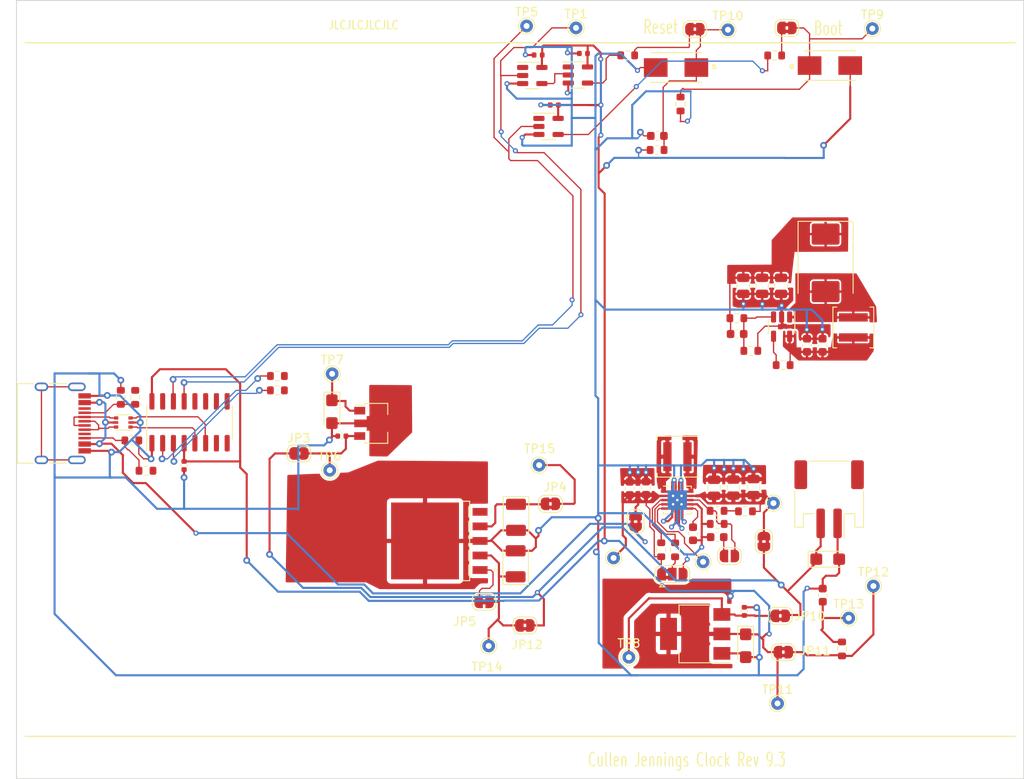
<source format=kicad_pcb>
(kicad_pcb (version 20221018) (generator pcbnew)
  (title_block (title "Clock") (date "2024-01-04") (rev "V9.3") (company "Cullen Jennings"))
  (layers (0 "F.Cu" signal) (31 "B.Cu" power) (34 "B.Paste" user) (35 "F.Paste" user) (36 "B.SilkS" user "B.Silkscreen") (37 "F.SilkS" user "F.Silkscreen") (38 "B.Mask" user) (39 "F.Mask" user) (44 "Edge.Cuts" user))
  (net 0 "")
  (net 1 "+3.3V")
  (net 2 "+3.3VA")
  (net 3 "GND")
  (net 4 "/LED2")
  (net 5 "/USB_RX")
  (net 6 "/USB_TX")
  (net 7 "/AUD_IN")
  (net 8 "/NRST")
  (net 9 "/BOOT0")
  (net 10 "+5VA")
  (net 11 "+5V")
  (net 12 "+6V")
  (net 14 "VBUS")
  (net 15 "Net-(J4-CC1)")
  (net 16 "Net-(J4-D+-PadA6)")
  (net 17 "Net-(J4-D--PadA7)")
  (net 19 "Net-(J4-CC2)")
  (net 21 "unconnected-(J4-SHIELD-PadS1)")
  (net 22 "Net-(U14-UD+)")
  (net 23 "Net-(U14-UD-)")
  (net 30 "/USB_DTR")
  (net 31 "/USB_RTS")
  (net 33 "Net-(JP1-A)")
  (net 34 "Net-(JP2-A)")
  (net 35 "Net-(R41-Pad1)")
  (net 36 "Net-(R42-Pad2)")
  (net 37 "Net-(JP4-A)")
  (net 38 "Net-(U14-TXD)")
  (net 39 "Net-(U14-RXD)")
  (net 40 "Net-(JP5-A)")
  (net 41 "/VIN3")
  (net 42 "/VIN2")
  (net 43 "/FL1")
  (net 44 "/FL2")
  (net 45 "Net-(U23-VAUX)")
  (net 46 "Net-(U23-EN)")
  (net 47 "Net-(U23-PS{slash}SYNC)")
  (net 48 "Net-(JP8-B)")
  (net 49 "Net-(JP7-C)")
  (net 50 "Net-(JP8-A)")
  (net 51 "Net-(R31-Pad1)")
  (net 52 "Net-(U23-PG)")
  (net 53 "/VIN4")
  (net 54 "/VIN1")
  (net 55 "/VOUT1")
  (net 56 "/VIN5")
  (net 58 "Net-(U1-Pad4)")
  (net 61 "Net-(U4-EN)")
  (net 62 "Net-(U4-FB)")
  (net 63 "/VIN6")
  (net 64 "/VOUT6")
  (net 65 "/VSW6")
  (footprint "Capacitor_Tantalum_SMD:CP_EIA-3528-21_Kemet-B" (layer "F.Cu") (at 153.97093 104.603704 90)
    (fp_text reference "C44" hide)
    (fp_text value "33u")
  )
  (footprint "TestPoint:TestPoint_THTPad_D1.5mm_Drill0.7mm" (layer "F.Cu") (at 132.008163 93.54504)
    (fp_text reference "TP6")
    (fp_text value "~")
  )
  (footprint "TestPoint:TestPoint_THTPad_D1.5mm_Drill0.7mm" (layer "F.Cu") (at 196.238011 107.233677)
    (fp_text reference "TP12")
    (fp_text value "~")
  )
  (footprint "TestPoint:TestPoint_THTPad_D1.5mm_Drill0.7mm" (layer "F.Cu") (at 150.787876 114.31422)
    (fp_text reference "TP14")
    (fp_text value "~")
  )
  (footprint "TestPoint:TestPoint_THTPad_D1.5mm_Drill0.7mm" (layer "F.Cu") (at 193.322187 111.014637)
    (fp_text reference "TP13")
    (fp_text value "~")
  )
  (footprint "Jumper:SolderJumper-2_P1.3mm_Bridged2Bar_RoundedPad1.0x1.5mm" (layer "F.Cu") (at 185.238155 110.757222 180)
    (fp_text reference "JP10")
    (fp_text value "SolderJumper_2_Bridged")
  )
  (footprint "Resistor_SMD:R_0603_1608Metric" (layer "F.Cu") (at 181.757424 79.428987)
    (fp_text reference "R2" hide)
    (fp_text value "12K")
  )
  (footprint "Jumper:SolderJumper-3_P1.3mm_Bridged2Bar12_RoundedPad1.0x1.5mm" (layer "F.Cu") (at 172.481776 105.825627)
    (fp_text reference "JP7" hide)
    (fp_text value "SolderJumper_3_Bridged12")
  )
  (footprint "Resistor_SMD:R_0603_1608Metric" (layer "F.Cu") (at 172.809529 102.951601 90)
    (fp_text reference "R30" hide)
    (fp_text value "1K0")
  )
  (footprint "Jumper:SolderJumper-2_P1.3mm_Bridged2Bar_RoundedPad1.0x1.5mm" (layer "F.Cu") (at 128.374622 91.556062)
    (fp_text reference "JP3")
    (fp_text value "SolderJumper_2_Bridged")
  )
  (footprint "Jumper:SolderJumper-2_P1.3mm_Bridged_RoundedPad1.0x1.5mm" (layer "F.Cu") (at 150.25 109.1)
    (fp_text reference "JP5")
    (fp_text value "SolderJumper_2_Open")
  )
  (footprint "Package_TO_SOT_SMD:SOT-666" (layer "F.Cu") (at 107.625 87.9 180)
    (fp_text reference "U15" hide)
    (fp_text value "USBLC6-2P6")
  )
  (footprint "Inductor_SMD:L_Coilcraft_XAL4020-XXX" (layer "F.Cu") (at 193.865273 76.660802 -90)
    (fp_text reference "L1" hide)
    (fp_text value "10uH")
  )
  (footprint "Capacitor_Tantalum_SMD:CP_EIA-3216-18_Kemet-A" (layer "F.Cu") (at 132.266903 86.620691 -90)
    (fp_text reference "C34" hide)
    (fp_text value "10u")
  )
  (footprint "Resistor_SMD:R_0603_1608Metric" (layer "F.Cu") (at 180.107424 75.563025)
    (fp_text reference "R3" hide)
    (fp_text value "120K")
  )
  (footprint "Resistor_SMD:R_0603_1608Metric" (layer "F.Cu") (at 167.20829 44.491065 180)
    (fp_text reference "R42" hide)
    (fp_text value "330R")
  )
  (footprint "Package_TO_SOT_SMD:SOT-23-5" (layer "F.Cu") (at 157.85552 52.898888)
    (fp_text reference "U2" hide)
    (fp_text value "SN74LVC1G14DBV")
  )
  (footprint "Capacitor_Tantalum_SMD:CP_EIA-3216-18_Kemet-A" (layer "F.Cu") (at 181.147163 114.287576 -90)
    (fp_text reference "C41" hide)
    (fp_text value "10u")
  )
  (footprint "Capacitor_SMD:C_0603_1608Metric" (layer "F.Cu") (at 188.394538 78.768392 90)
    (fp_text reference "C2" hide)
    (fp_text value "10uF")
  )
  (footprint "Package_TO_SOT_SMD:SOT-23-5" (layer "F.Cu") (at 185.393412 76.560165 -90)
    (fp_text reference "U4" hide)
    (fp_text value "LM2731XMF")
  )
  (footprint "TestPoint:TestPoint_THTPad_D1.5mm_Drill0.7mm" (layer "F.Cu") (at 161.10328 41.24762)
    (fp_text reference "TP1")
    (fp_text value "~")
  )
  (footprint "Connector_JST:JST_PH_S2B-PH-SM4-TB_1x02-1MP_P2.00mm_Horizontal" (layer "F.Cu") (at 191.008531 96.968601 180)
    (fp_text reference "J8" hide)
    (fp_text value "Conn_01x02" hide)
  )
  (footprint "Capacitor_SMD:C_0805_2012Metric" (layer "F.Cu") (at 179.693812 95.5942 90)
    (fp_text reference "C65" hide)
    (fp_text value "22uF")
  )
  (footprint "TestPoint:TestPoint_THTPad_D1.5mm_Drill0.7mm" (layer "F.Cu") (at 165.542426 103.914421)
    (fp_text reference "TP2" hide)
    (fp_text value "~")
  )
  (footprint "Capacitor_Tantalum_SMD:CP_EIA-3528-21_Kemet-B" (layer "F.Cu") (at 154.012691 99.107859 -90)
    (fp_text reference "C42" hide)
    (fp_text value "33u")
  )
  (footprint "Capacitor_SMD:C_0805_2012Metric" (layer "F.Cu") (at 182.072889 95.537263 90)
    (fp_text reference "C61" hide)
    (fp_text value "22uF")
  )
  (footprint "Capacitor_SMD:C_0402_1005Metric" (layer "F.Cu") (at 158.542371 50.365597 180)
    (fp_text reference "C58" hide)
    (fp_text value "100n")
  )
  (footprint "Resistor_SMD:R_0603_1608Metric" (layer "F.Cu") (at 181.124019 98.399292 180)
    (fp_text reference "R75" hide)
    (fp_text value "12K")
  )
  (footprint "Package_SON:Texas_S-PWSON-N10_ThermalVias" (layer "F.Cu") (at 173.073016 97.070679)
    (fp_text reference "U23" hide)
    (fp_text value "TPS63060")
  )
  (footprint "Capacitor_Tantalum_SMD:CP_EIA-3216-18_Kemet-A" (layer "F.Cu") (at 190.842679 104.056709)
    (fp_text reference "C43" hide)
    (fp_text value "10u")
  )
  (footprint "Package_TO_SOT_SMD:SOT-223-3_TabPin2" (layer "F.Cu") (at 175.18485 112.892386 180)
    (fp_text reference "U11" hide)
    (fp_text value "AMS1117-3.3" hide)
  )
  (footprint "TestPoint:TestPoint_THTPad_D1.5mm_Drill0.7mm" (layer "F.Cu") (at 155.264763 41.021414)
    (fp_text reference "TP5")
    (fp_text value "~")
  )
  (footprint "Capacitor_SMD:C_0402_1005Metric" (layer "F.Cu") (at 180.987179 110.226329 -90)
    (fp_text reference "C39" hide)
    (fp_text value "100n")
  )
  (footprint "Resistor_SMD:R_0603_1608Metric" (layer "F.Cu") (at 177.785194 99.889561 180)
    (fp_text reference "R53" hide)
    (fp_text value "12K")
  )
  (footprint "Jumper:SolderJumper-2_P1.3mm_Bridged2Bar_RoundedPad1.0x1.5mm" (layer "F.Cu") (at 185.597512 115.047043)
    (fp_text reference "JP11")
    (fp_text value "SolderJumper_2_Bridged")
  )
  (footprint "TestPoint:TestPoint_THTPad_D1.5mm_Drill0.7mm" (layer "F.Cu") (at 132.294776 82.143402)
    (fp_text reference "TP7")
    (fp_text value "~")
  )
  (footprint "Connector_USB:USB_C_Receptacle_HRO_TYPE-C-31-M-12" (layer "F.Cu") (at 99 88 -90)
    (fp_text reference "J4" hide)
    (fp_text value "USB_C_Receptacle")
  )
  (footprint "TestPoint:TestPoint_THTPad_D1.5mm_Drill0.7mm" (layer "F.Cu") (at 184.431059 97.429813)
    (fp_text reference "TP3" hide)
    (fp_text value "~")
  )
  (footprint "Resistor_SMD:R_0603_1608Metric" (layer "F.Cu") (at 170.679967 55.681887)
    (fp_text reference "R27" hide)
    (fp_text value "4K7" hide)
  )
  (footprint "Resistor_SMD:R_0603_1608Metric" (layer "F.Cu") (at 109.025 84.925 90)
    (fp_text reference "R39" hide)
    (fp_text value "1K0")
  )
  (footprint "Capacitor_SMD:C_0805_2012Metric" (layer "F.Cu") (at 177.416793 95.611831 90)
    (fp_text reference "C64" hide)
    (fp_text value "22uF")
  )
  (footprint "Capacitor_SMD:C_0603_1608Metric" (layer "F.Cu") (at 169.370769 95.660376 90)
    (fp_text reference "C60" hide)
    (fp_text value "10uF")
  )
  (footprint "Capacitor_SMD:C_0603_1608Metric" (layer "F.Cu") (at 190.253293 108.310814 -90)
    (fp_text reference "C37" hide)
    (fp_text value "100n")
  )
  (footprint "Package_TO_SOT_SMD:SOT-23-5" (layer "F.Cu") (at 155.937766 46.877105)
    (fp_text reference "U1" hide)
    (fp_text value "SN74LVC1G14DBV")
  )
  (footprint "blinky_footprints:SW_147873-2" (layer "F.Cu") (at 191.1 45.7)
    (fp_text reference "S3" hide)
    (fp_text value "147873-2")
  )
  (footprint "Jumper:SolderJumper-2_P1.3mm_Bridged2Bar_RoundedPad1.0x1.5mm" (layer "F.Cu") (at 186.015897 41.254488)
    (fp_text reference "JP2" hide)
    (fp_text value "SolderJumper_2_Bridged")
  )
  (footprint "Jumper:SolderJumper-2_P1.3mm_Bridged2Bar_RoundedPad1.0x1.5mm" (layer "F.Cu") (at 168.142561 99.619849 90)
    (fp_text reference "JP6" hide)
    (fp_text value "SolderJumper_2_Bridged")
  )
  (footprint "Jumper:SolderJumper-2_P1.3mm_Bridged2Bar_RoundedPad1.0x1.5mm" (layer "F.Cu") (at 158.0801 97.516087)
    (fp_text reference "JP4")
    (fp_text value "SolderJumper_2_Bridged")
  )
  (footprint "TestPoint:TestPoint_THTPad_D1.5mm_Drill0.7mm" (layer "F.Cu") (at 196.121793 41.328199)
    (fp_text reference "TP9")
    (fp_text value "~")
  )
  (footprint "Jumper:SolderJumper-2_P1.3mm_Bridged2Bar_RoundedPad1.0x1.5mm" (layer "F.Cu") (at 155.064506 111.886162)
    (fp_text reference "JP12")
    (fp_text value "SolderJumper_2_Bridged")
  )
  (footprint "Capacitor_SMD:C_0603_1608Metric" (layer "F.Cu") (at 190.230126 78.768392 90)
    (fp_text reference "C3" hide)
    (fp_text value "10uF")
  )
  (footprint "Capacitor_SMD:C_0603_1608Metric" (layer "F.Cu") (at 174.927139 101.048943 90)
    (fp_text reference "C63" hide)
    (fp_text value "100n")
  )
  (footprint "Capacitor_SMD:C_0603_1608Metric" (layer "F.Cu") (at 177.785884 101.448274 180)
    (fp_text reference "C66" hide)
    (fp_text value "10pF")
  )
  (footprint "TestPoint:TestPoint_THTPad_D1.5mm_Drill0.7mm" (layer "F.Cu") (at 167.347524 115.651831)
    (fp_text reference "TP8")
    (fp_text value "~")
  )
  (footprint "Jumper:SolderJumper-2_P1.3mm_Bridged2Bar_RoundedPad1.0x1.5mm" (layer "F.Cu") (at 175.15 41.4)
    (fp_text reference "JP1" hide)
    (fp_text value "SolderJumper_2_Bridged")
  )
  (footprint "Resistor_SMD:R_0603_1608Metric" (layer "F.Cu") (at 110.3 93.6)
    (fp_text reference "R71" hide)
    (fp_text value "1K0")
  )
  (footprint "Diode_SMD:D_SMC" (layer "F.Cu") (at 190.59336 69.026622 -90)
    (fp_text reference "D1" hide)
    (fp_text value "B330")
  )
  (footprint "blinky_footprints:DPAK172P1054X200-6N" (layer "F.Cu") (at 144.958532 101.9 180)
    (fp_text reference "U12" hide)
    (fp_text value "BA50DD0WHFP-TR")
  )
  (footprint "Resistor_SMD:R_0603_1608Metric" (layer "F.Cu") (at 177.774059 98.343698 180)
    (fp_text reference "R31" hide)
    (fp_text value "120K")
  )
  (footprint "Package_TO_SOT_SMD:SOT-89-3" (layer "F.Cu") (at 137.5 88)
    (fp_text reference "U9" hide)
    (fp_text value "L78L05_SOT89" hide)
  )
  (footprint "Jumper:SolderJumper-2_P1.3mm_Open_RoundedPad1.0x1.5mm" (layer "F.Cu") (at 179.232263 103.680821 180)
    (fp_text reference "JP8" hide)
    (fp_text value "SolderJumper_2_Open")
  )
  (footprint "blinky_footprints:SW_147873-2" (layer "F.Cu") (at 172.92064 45.934682 180)
    (fp_text reference "S1" hide)
    (fp_text value "147873-2")
  )
  (footprint "Jumper:SolderJumper-2_P1.3mm_Bridged2Bar_RoundedPad1.0x1.5mm" (layer "F.Cu") (at 183.302844 101.971758 -90)
    (fp_text reference "JP9" hide)
    (fp_text value "SolderJumper_2_Bridged")
  )
  (footprint "Capacitor_SMD:C_0805_2012Metric" (layer "F.Cu") (at 183.099723 71.739125 -90)
    (fp_text reference "C5" hide)
    (fp_text value "22uF")
  )
  (footprint "Capacitor_SMD:C_0603_1608Metric" (layer "F.Cu") (at 167.453121 95.687196 90)
    (fp_text reference "C62" hide)
    (fp_text value "10uF")
  )
  (footprint "Resistor_SMD:R_0603_1608Metric" (layer "F.Cu") (at 108.627889 90.01764 180)
    (fp_text reference "R37" hide)
    (fp_text value "5k1")
  )
  (footprint "Capacitor_SMD:C_0805_2012Metric" (layer "F.Cu") (at 185.330328 71.739125 -90)
    (fp_text reference "C4" hide)
    (fp_text value "22uF")
  )
  (footprint "Resistor_SMD:R_0603_1608Metric" (layer "F.Cu") (at 173.455072 50.245036 -90)
    (fp_text reference "R28" hide)
    (fp_text value "4K7" hide)
  )
  (footprint "Package_TO_SOT_SMD:SOT-23-5" (layer "F.Cu") (at 161.32624 46.816892)
    (fp_text reference "U3" hide)
    (fp_text value "SN74LVC1G14DBV")
  )
  (footprint "Capacitor_SMD:C_0603_1608Metric" (layer "F.Cu") (at 170.714945 54.016308 180)
    (fp_text reference "C27" hide)
    (fp_text value "100n" hide)
  )
  (footprint "TestPoint:TestPoint_THTPad_D1.5mm_Drill0.7mm" (layer "F.Cu") (at 184.914079 121.114322)
    (fp_text reference "TP11")
    (fp_text value "~")
  )
  (footprint "Package_SO:SOIC-16_3.9x9.9mm_P1.27mm" (layer "F.Cu") (at 115.445 87.875 90)
    (fp_text reference "U14" hide)
    (fp_text value "CH340C")
  )
  (footprint "Capacitor_SMD:C_0402_1005Metric" (layer "F.Cu") (at 114.8 92.98 -90)
    (fp_text reference "C50" hide)
    (fp_text value "100n")
  )
  (footprint "Capacitor_SMD:C_0805_2012Metric" (layer "F.Cu") (at 180.869119 71.739125 -90)
    (fp_text reference "C6" hide)
    (fp_text value "22uF")
  )
  (footprint "Resistor_SMD:R_0603_1608Metric" (layer "F.Cu") (at 184.575062 44.51073)
    (fp_text reference "R41" hide)
    (fp_text value "330R")
  )
  (footprint "Capacitor_SMD:C_0402_1005Metric" (layer "F.Cu") (at 161.980695 44.267684 180)
    (fp_text reference "C59" hide)
    (fp_text value "100n")
  )
  (footprint "TestPoint:TestPoint_THTPad_D1.5mm_Drill0.7mm" (layer "F.Cu") (at 179.055786 41.470041)
    (fp_text reference "TP10")
    (fp_text value "~")
  )
  (footprint "TestPoint:TestPoint_THTPad_D1.5mm_Drill0.7mm" (layer "F.Cu") (at 156.746445 92.937853)
    (fp_text reference "TP15")
    (fp_text value "~")
  )
  (footprint "Capacitor_SMD:C_0402_1005Metric" (layer "F.Cu") (at 133.436234 89.505715)
    (fp_text reference "C33" hide)
    (fp_text value "100n")
  )
  (footprint "Resistor_SMD:R_0603_1608Metric" (layer "F.Cu") (at 192.528227 114.667826 90)
    (fp_text reference "FB1" hide)
    (fp_text value "120Ω@100MHz " hide)
  )
  (footprint "Resistor_SMD:R_0603_1608Metric" (layer "F.Cu") (at 107.325 84.925 -90)
    (fp_text reference "R38" hide)
    (fp_text value "5k1")
  )
  (footprint "Capacitor_SMD:C_0603_1608Metric" (layer "F.Cu") (at 180.142083 77.434642)
    (fp_text reference "C7" hide)
    (fp_text value "10pF")
  )
  (footprint "TestPoint:TestPoint_THTPad_D1.5mm_Drill0.7mm" (layer "F.Cu") (at 176.118699 104.369683)
    (fp_text reference "TP4" hide)
    (fp_text value "~")
  )
  (footprint "Inductor_SMD:L_Coilcraft_XAL4020-XXX" (layer "F.Cu") (at 173.087303 91.938112)
    (fp_text reference "L7" hide)
    (fp_text value "1.5uH")
  )
  (footprint "Resistor_SMD:R_0603_1608Metric" (layer "F.Cu") (at 125.825 84.1 180)
    (fp_text reference "R55" hide)
    (fp_text value "1K0")
  )
  (footprint "Capacitor_SMD:C_0402_1005Metric" (layer "F.Cu") (at 156.631348 44.45323 180)
    (fp_text reference "C1" hide)
    (fp_text value "100n")
  )
  (footprint "Resistor_SMD:R_0603_1608Metric" (layer "F.Cu") (at 125.825 82.4)
    (fp_text reference "R51" hide)
    (fp_text value "1K0")
  )
  (footprint "Resistor_SMD:R_0603_1608Metric" (layer "F.Cu") (at 185.576018 81.111651 180)
    (fp_text reference "R1" hide)
    (fp_text value "1K0")
  )
  (footprint "Resistor_SMD:R_0603_1608Metric" (layer "F.Cu") (at 171.169743 102.942067 90)
    (fp_text reference "R29" hide)
    (fp_text value "1K0")
  )
  (gr_line (start 96 43) (end 213 43) (stroke (width 0.15)) (layer "F.SilkS"))
  (gr_line (start 96 125) (end 213 125) (stroke (width 0.15)) (layer "F.SilkS"))
  (gr_line (start 214 130) (end 95 130) (stroke (width 0.1)) (layer "Edge.Cuts"))
  (gr_line (start 95 38) (end 214 38) (stroke (width 0.1)) (layer "Edge.Cuts"))
  (gr_line (start 214 38) (end 214 130) (stroke (width 0.1)) (layer "Edge.Cuts"))
  (gr_line (start 95 38) (end 95 130) (stroke (width 0.1)) (layer "Edge.Cuts"))
  (gr_text "Cullen Jennings Clock Rev 9.3\n" (at 162.4 128.7) (layer "F.SilkS") (effects (font (size 1.6 1)) (justify left bottom)))
  (gr_text "JLCJLCJLCJLC" (at 131.8 41.5) (layer "F.SilkS") (effects (font (size 1 0.8)) (justify left bottom)))
  (gr_text "Reset" (at 168.953363 42.084098) (layer "F.SilkS") (effects (font (size 1.6 1)) (justify left bottom)))
  (gr_text "Boot" (at 189.114206 42.233204) (layer "F.SilkS") (effects (font (size 1.6 1)) (justify left bottom)))
  (segment (start 183.780447 115.047043) (end 183.22578 114.492376) (width 0.25) (layer "F.Cu") (net 1))
  (segment (start 162.46374 45.866892) (end 162.46374 44.270729) (width 0.25) (layer "F.Cu") (net 1))
  (segment (start 178.33485 112.892386) (end 181.101973 112.892386) (width 0.25) (layer "F.Cu") (net 1))
  (segment (start 163.774086 54.198996) (end 164.044089 53.928993) (width 0.25) (layer "F.Cu") (net 1))
  (segment (start 164.450175 101.9) (end 164.489994 101.860181) (width 0.25) (layer "F.Cu") (net 1))
  (segment (start 183.22578 114.492376) (end 183.22578 113.586458) (width 0.25) (layer "F.Cu") (net 1))
  (segment (start 122.2 104.2) (end 122.2 93.994115) (width 0.25) (layer "F.Cu") (net 1))
  (segment (start 183.22578 113.586458) (end 183.058318 113.418997) (width 0.25) (layer "F.Cu") (net 1))
  (segment (start 164.489994 60.844634) (end 163.774086 60.128726) (width 0.25) (layer "F.Cu") (net 1))
  (segment (start 159.022371 50.365597) (end 162.659096 50.365597) (width 0.25) (layer "F.Cu") (net 1))
  (segment (start 183.580841 112.896474) (end 183.924581 112.896474) (width 0.25) (layer "F.Cu") (net 1))
  (segment (start 163.160438 43.33028) (end 164.025197 44.195039) (width 0.25) (layer "F.Cu") (net 1))
  (segment (start 183.058318 113.418997) (end 182.583516 112.944194) (width 0.25) (layer "F.Cu") (net 1))
  (segment (start 111 85.4) (end 111 82.544018) (width 0.25) (layer "F.Cu") (net 1))
  (segment (start 158.99302 51.948888) (end 158.99302 50.394948) (width 0.25) (layer "F.Cu") (net 1))
  (segment (start 163.774086 58.454982) (end 164.718467 57.510601) (width 0.25) (layer "F.Cu") (net 1))
  (segment (start 121.425166 83.294731) (end 121.425166 92.53828) (width 0.25) (layer "F.Cu") (net 1))
  (segment (start 162.659096 50.365597) (end 164.033673 50.365597) (width 0.25) (layer "F.Cu") (net 1))
  (segment (start 157.102397 43.491412) (end 157.111348 43.500363) (width 0.25) (layer "F.Cu") (net 1))
  (segment (start 114.8 92.5) (end 121.386886 92.5) (width 0.25) (layer "F.Cu") (net 1))
  (segment (start 119.730435 81.6) (end 121.425166 83.294731) (width 0.25) (layer "F.Cu") (net 1))
  (segment (start 193.5 51.983257) (end 190.35607 55.127187) (width 0.25) (layer "F.Cu") (net 1))
  (segment (start 184.914079 115.080476) (end 184.914079 121.114322) (width 0.25) (layer "F.Cu") (net 1))
  (segment (start 158.99302 50.394948) (end 159.022371 50.365597) (width 0.25) (layer "F.Cu") (net 1))
  (segment (start 181.101973 112.892386) (end 181.147163 112.937576) (width 0.25) (layer "F.Cu") (net 1))
  (segment (start 181.153781 112.944194) (end 181.147163 112.937576) (width 0.25) (layer "F.Cu") (net 1))
  (segment (start 164.033673 50.365597) (end 164.044089 50.355181) (width 0.25) (layer "F.Cu") (net 1))
  (segment (start 157.075266 44.489312) (end 157.111348 44.45323) (width 0.25) (layer "F.Cu") (net 1))
  (segment (start 121.386886 92.5) (end 121.425166 92.53828) (width 0.25) (layer "F.Cu") (net 1))
  (segment (start 172.03485 112.892386) (end 178.33485 112.892386) (width 0.25) (layer "F.Cu") (net 1))
  (segment (start 121.425166 93.219281) (end 122.2 93.994115) (width 0.25) (layer "F.Cu") (net 1))
  (segment (start 162.659096 50.365597) (end 163.318064 50.365597) (width 0.25) (layer "F.Cu") (net 1))
  (segment (start 182.583516 112.944194) (end 181.153781 112.944194) (width 0.25) (layer "F.Cu") (net 1))
  (segment (start 163.774086 58.454982) (end 163.774086 54.198996) (width 0.25) (layer "F.Cu") (net 1))
  (segment (start 183.058318 113.418997) (end 183.580841 112.896474) (width 0.25) (layer "F.Cu") (net 1))
  (segment (start 162.487771 44.240608) (end 162.487771 43.33028) (width 0.25) (layer "F.Cu") (net 1))
  (segment (start 193.5 48.2) (end 193.5 51.983257) (width 0.25) (layer "F.Cu") (net 1))
  (segment (start 157.075266 45.927105) (end 157.075266 44.489312) (width 0.25) (layer "F.Cu") (net 1))
  (segment (start 162.460695 44.267684) (end 162.487771 44.240608) (width 0.25) (layer "F.Cu") (net 1))
  (segment (start 163.774086 60.128726) (end 163.774086 58.454982) (width 0.25) (layer "F.Cu") (net 1))
  (segment (start 157.111348 43.500363) (end 157.111348 44.45323) (width 0.25) (layer "F.Cu") (net 1))
  (segment (start 111 82.544018) (end 111.944018 81.6) (width 0.25) (layer "F.Cu") (net 1))
  (segment (start 114.8 92.5) (end 114.8 90.36) (width 0.25) (layer "F.Cu") (net 1))
  (segment (start 121.425166 92.53828) (end 121.425166 93.219281) (width 0.25) (layer "F.Cu") (net 1))
  (segment (start 114.8 90.36) (end 114.81 90.35) (width 0.25) (layer "F.Cu") (net 1))
  (segment (start 157.263529 43.33028) (end 157.102397 43.491412) (width 0.25) (layer "F.Cu") (net 1))
  (segment (start 111.944018 81.6) (end 119.730435 81.6) (width 0.25) (layer "F.Cu") (net 1))
  (segment (start 164.025197 44.940726) (end 164.025197 44.195039) (width 0.25) (layer "F.Cu") (net 1))
  (segment (start 163.318064 50.365597) (end 163.45093 50.498463) (width 0.25) (layer "F.Cu") (net 1))
  (segment (start 184.947512 115.047043) (end 183.780447 115.047043) (width 0.25) (layer "F.Cu") (net 1))
  (segment (start 168.523839 55.681887) (end 168.502988 55.702738) (width 0.15) (layer "F.Cu") (net 1))
  (segment (start 164.489994 101.860181) (end 164.489994 60.844634) (width 0.25) (layer "F.Cu") (net 1))
  (segment (start 193.5 48.2) (end 193.5 45.7) (width 0.15) (layer "F.Cu") (net 1))
  (segment (start 163.160438 43.33028) (end 162.487771 43.33028) (width 0.25) (layer "F.Cu") (net 1))
  (segment (start 162.487771 43.33028) (end 157.263529 43.33028) (width 0.25) (layer "F.Cu") (net 1))
  (segment (start 162.46374 44.270729) (end 162.460695 44.267684) (width 0.25) (layer "F.Cu") (net 1))
  (segment (start 169.854967 55.681887) (end 168.523839 55.681887) (width 0.15) (layer "F.Cu") (net 1))
  (segment (start 184.947512 115.047043) (end 184.914079 115.080476) (width 0.25) (layer "F.Cu") (net 1))
  (via (at 164.718467 57.510601) (size 0.8) (drill 0.4) (layers "F.Cu" "B.Cu") (net 1))
  (via (at 164.044089 50.355181) (size 0.6) (drill 0.3) (layers "F.Cu" "B.Cu") (net 1))
  (via (at 190.35607 55.127187) (size 0.8) (drill 0.4) (layers "F.Cu" "B.Cu") (net 1))
  (via (at 168.502988 55.702738) (size 0.8) (drill 0.4) (layers "F.Cu" "B.Cu") (net 1))
  (via (at 183.924581 112.896474) (size 0.6) (drill 0.3) (layers "F.Cu" "B.Cu") (net 1))
  (via (at 164.450175 101.9) (size 0.8) (drill 0.4) (layers "F.Cu" "B.Cu") (net 1))
  (via (at 122.2 104.2) (size 0.8) (drill 0.4) (layers "F.Cu" "B.Cu") (net 1))
  (via (at 164.044089 53.928993) (size 0.6) (drill 0.3) (layers "F.Cu" "B.Cu") (net 1))
  (via (at 179.339045 108.415792) (size 0.8) (drill 0.4) (layers "F.Cu" "B.Cu") (net 1))
  (via (at 164.025197 44.940726) (size 0.6) (drill 0.3) (layers "F.Cu" "B.Cu") (net 1))
  (segment (start 185.782195 56.622623) (end 190.369603 56.622623) (width 0.25) (layer "B.Cu") (net 1))
  (segment (start 183.924581 112.896474) (end 183.924581 109.579393) (width 0.25) (layer "B.Cu") (net 1))
  (segment (start 163.77163 101.9) (end 164.450175 101.9) (width 0.25) (layer "B.Cu") (net 1))
  (segment (start 183.924581 109.579393) (end 182.152313 107.807125) (width 0.25) (layer "B.Cu") (net 1))
  (segment (start 164.044089 50.355181) (end 164.044089 44.959618) (width 0.25) (layer "B.Cu") (net 1))
  (segment (start 185.771247 56.611675) (end 185.782195 56.622623) (width 0.25) (layer "B.Cu") (net 1))
  (segment (start 122.2 104.2) (end 125.9 107.9) (width 0.25) (layer "B.Cu") (net 1))
  (segment (start 165.617393 56.611675) (end 168.480703 56.611675) (width 0.25) (layer "B.Cu") (net 1))
  (segment (start 168.480703 56.611675) (end 185.771247 56.611675) (width 0.25) (layer "B.Cu") (net 1))
  (segment (start 164.450175 101.9) (end 166.206242 101.9) (width 0.25) (layer "B.Cu") (net 1))
  (segment (start 179.339045 108.415792) (end 179.339045 108.358232) (width 0.15) (layer "B.Cu") (net 1))
  (segment (start 152.6 108.95) (end 156.721629 108.95) (width 0.25) (layer "B.Cu") (net 1))
  (segment (start 164.044089 44.959618) (end 164.025197 44.940726) (width 0.25) (layer "B.Cu") (net 1))
  (segment (start 182.152313 107.807125) (end 179.890152 107.807125) (width 0.25) (layer "B.Cu") (net 1))
  (segment (start 166.206242 101.9) (end 172.113367 107.807125) (width 0.25) (layer "B.Cu") (net 1))
  (segment (start 135.541265 107.9) (end 136.623617 108.982352) (width 0.25) (layer "B.Cu") (net 1))
  (segment (start 164.718467 57.510601) (end 165.617393 56.611675) (width 0.25) (layer "B.Cu") (net 1))
  (segment (start 179.339045 108.358232) (end 179.890152 107.807125) (width 0.15) (layer "B.Cu") (net 1))
  (segment (start 136.623617 108.982352) (end 152.567648 108.982352) (width 0.25) (layer "B.Cu") (net 1))
  (segment (start 156.721629 108.95) (end 163.77163 101.9) (width 0.25) (layer "B.Cu") (net 1))
  (segment (start 172.113367 107.807125) (end 179.890152 107.807125) (width 0.25) (layer "B.Cu") (net 1))
  (segment (start 152.567648 108.982352) (end 152.6 108.95) (width 0.25) (layer "B.Cu") (net 1))
  (segment (start 190.369603 55.14072) (end 190.35607 55.127187) (width 0.25) (layer "B.Cu") (net 1))
  (segment (start 125.9 107.9) (end 135.541265 107.9) (width 0.25) (layer "B.Cu") (net 1))
  (segment (start 168.502988 55.702738) (end 168.502988 56.58939) (width 0.15) (layer "B.Cu") (net 1))
  (segment (start 164.044089 53.928993) (end 164.044089 50.355181) (width 0.25) (layer "B.Cu") (net 1))
  (segment (start 190.369603 56.622623) (end 190.369603 55.14072) (width 0.25) (layer "B.Cu") (net 1))
  (segment (start 168.502988 56.58939) (end 168.480703 56.611675) (width 0.15) (layer "B.Cu") (net 1))
  (segment (start 190.253293 110.959203) (end 190.253293 112.257047) (width 0.25) (layer "F.Cu") (net 2))
  (segment (start 193.322187 111.014637) (end 190.308727 111.014637) (width 0.25) (layer "F.Cu") (net 2))
  (segment (start 190.08997 112.42037) (end 191.512426 113.842826) (width 0.25) (layer "F.Cu") (net 2))
  (segment (start 190.253293 112.257047) (end 190.08997 112.42037) (width 0.25) (layer "F.Cu") (net 2))
  (segment (start 190.308727 111.014637) (end 190.253293 110.959203) (width 0.25) (layer "F.Cu") (net 2))
  (segment (start 190.253293 109.085814) (end 190.253293 110.959203) (width 0.25) (layer "F.Cu") (net 2))
  (segment (start 191.512426 113.842826) (end 192.528227 113.842826) (width 0.25) (layer "F.Cu") (net 2))
  (segment (start 191.841116 106.014348) (end 192.192679 105.662785) (width 0.25) (layer "F.Cu") (net 3))
  (segment (start 109.452889 90.01764) (end 109.452889 91.632198) (width 0.15) (layer "F.Cu") (net 3))
  (segment (start 188.354135 76.650821) (end 188.219765 76.516451) (width 0.25) (layer "F.Cu") (net 3))
  (segment (start 190.230126 76.909176) (end 190.210097 76.889147) (width 0.25) (layer "F.Cu") (net 3))
  (segment (start 156.71802 53.848888) (end 155.103284 53.848888) (width 0.25) (layer "F.Cu") (net 3))
  (segment (start 182.582424 77.368527) (end 183.44136 76.509591) (width 0.15) (layer "F.Cu") (net 3))
  (segment (start 155.392597 100.645359) (end 156.359158 101.61192) (width 0.25) (layer "F.Cu") (net 3))
  (segment (start 155.151466 44.45323) (end 155.120528 44.422292) (width 0.25) (layer "F.Cu") (net 3))
  (segment (start 132.266903 89.672982) (end 131.974218 89.965667) (width 0.25) (layer "F.Cu") (net 3))
  (segment (start 173.273016 94.937333) (end 173.46741 94.742939) (width 0.25) (layer "F.Cu") (net 3))
  (segment (start 173.455072 52.27356) (end 173.413232 52.3154) (width 0.15) (layer "F.Cu") (net 3))
  (segment (start 188.367267 76.663953) (end 188.354135 76.650821) (width 0.25) (layer "F.Cu") (net 3))
  (segment (start 183.44136 76.509591) (end 185.251242 76.509591) (width 0.15) (layer "F.Cu") (net 3))
  (segment (start 105.675 84.75) (end 105.725 84.7) (width 0.25) (layer "F.Cu") (net 3))
  (segment (start 182.072889 93.390334) (end 182.084102 93.379121) (width 0.25) (layer "F.Cu") (net 3))
  (segment (start 173.673016 98.495679) (end 173.673016 99.420551) (width 0.25) (layer "F.Cu") (net 3))
  (segment (start 174.548016 97.570679) (end 175.421745 97.570679) (width 0.25) (layer "F.Cu") (net 3))
  (segment (start 111 92.1) (end 110.9 92.2) (width 0.25) (layer "F.Cu") (net 3))
  (segment (start 156.677693 101.293385) (end 156.359158 101.61192) (width 0.25) (layer "F.Cu") (net 3))
  (segment (start 177.416793 94.661831) (end 177.416793 93.285718) (width 0.25) (layer "F.Cu") (net 3))
  (segment (start 114.8 93.46) (end 114.8 94.4) (width 0.25) (layer "F.Cu") (net 3))
  (segment (start 172.473016 98.495679) (end 172.473016 99.084257) (width 0.25) (layer "F.Cu") (net 3))
  (segment (start 149.768532 101.9) (end 143.268532 101.9) (width 0.25) (layer "F.Cu") (net 3))
  (segment (start 175.421745 97.570679) (end 175.959002 98.107936) (width 0.25) (layer "F.Cu") (net 3))
  (segment (start 175.937328 101.823943) (end 175.959002 101.802269) (width 0.25) (layer "F.Cu") (net 3))
  (segment (start 172.873016 99.773966) (end 172.873016 98.495679) (width 0.25) (layer "F.Cu") (net 3))
  (segment (start 192.192679 105.662785) (end 192.192679 104.056709) (width 0.25) (layer "F.Cu") (net 3))
  (segment (start 178.33485 115.192386) (end 180.701973 115.192386) (width 0.25) (layer "F.Cu") (net 3))
  (segment (start 108.55 87.9) (end 109.625 87.9) (width 0.25) (layer "F.Cu") (net 3))
  (segment (start 175.993317 101.448274) (end 175.959002 101.413959) (width 0.25) (layer "F.Cu") (net 3))
  (segment (start 173.455072 51.070036) (end 173.455072 52.27356) (width 0.15) (layer "F.Cu") (net 3))
  (segment (start 169.370769 94.885376) (end 169.370769 93.790666) (width 0.25) (layer "F.Cu") (net 3))
  (segment (start 192.008531 103.872561) (end 192.192679 104.056709) (width 0.25) (layer "F.Cu") (net 3))
  (segment (start 185.393412 76.094497) (end 185.589571 76.290656) (width 0.25) (layer "F.Cu") (net 3))
  (segment (start 158.062371 50.365597) (end 156.962909 50.365597) (width 0.25) (layer "F.Cu") (net 3))
  (segment (start 156.962909 50.365597) (end 156.948302 50.35099) (width 0.25) (layer "F.Cu") (net 3))
  (segment (start 188.394538 76.948607) (end 188.367267 76.921336) (width 0.25) (layer "F.Cu") (net 3))
  (segment (start 154.012691 100.645359) (end 155.392597 100.645359) (width 0.25) (layer "F.Cu") (net 3))
  (segment (start 185.39848 72.757277) (end 185.330328 72.689125) (width 0.25) (layer "F.Cu") (net 3))
  (segment (start 160.18874 47.766892) (end 160.18874 48.819468) (width 0.25) (layer "F.Cu") (net 3))
  (segment (start 163.5 103.2) (end 163.725675 102.974325) (width 0.25) (layer "F.Cu") (net 3))
  (segment (start 185.589571 76.290656) (end 185.815366 76.516451) (width 0.25) (layer "F.Cu") (net 3))
  (segment (start 172.873016 95.645679) (end 172.873016 94.87689) (width 0.25) (layer "F.Cu") (net 3))
  (segment (start 185.393412 75.422665) (end 185.393412 76.094497) (width 0.25) (layer "F.Cu") (net 3))
  (segment (start 167.453121 94.912196) (end 167.453121 93.802017) (width 0.25) (layer "F.Cu") (net 3))
  (segment (start 152.343207 103.053151) (end 151.095028 101.804972) (width 0.25) (layer "F.Cu") (net 3))
  (segment (start 152.24743 100.65257) (end 153.860155 100.65257) (width 0.25) (layer "F.Cu") (net 3))
  (segment (start 175.959002 99.866108) (end 175.959002 101.413959) (width 0.25) (layer "F.Cu") (net 3))
  (segment (start 173.673016 95.645679) (end 173.673016 94.910872) (width 0.25) (layer "F.Cu") (net 3))
  (segment (start 149.768532 101.9) (end 151 101.9) (width 0.25) (layer "F.Cu") (net 3))
  (segment (start 182.072889 94.587263) (end 182.072889 93.390334) (width 0.25) (layer "F.Cu") (net 3))
  (segment (start 190.210097 76.889147) (end 189.971771 76.650821) (width 0.25) (layer "F.Cu") (net 3))
  (segment (start 160.18874 48.819468) (end 160.074011 48.934197) (width 0.25) (layer "F.Cu") (net 3))
  (segment (start 106.075 91.25) (end 106.225 91.4) (width 0.25) (layer "F.Cu") (net 3))
  (segment (start 185.39848 74.067338) (end 185.39848 72.757277) (width 0.25) (layer "F.Cu") (net 3))
  (segment (start 132.266903 87.970691) (end 132.266903 89.494722) (width 0.25) (layer "F.Cu") (net 3))
  (segment (start 103.045 91.25) (end 106.075 91.25) (width 0.25) (layer "F.Cu") (net 3))
  (segment (start 182.582424 79.428987) (end 182.582424 77.368527) (width 0.15) (layer "F.Cu") (net 3))
  (segment (start 192.008531 99.818601) (end 192.008531 103.872561) (width 0.25) (layer "F.Cu") (net 3))
  (segment (start 172.473016 94.933642) (end 172.701392 94.705266) (width 0.25) (layer "F.Cu") (net 3))
  (segment (start 175.959002 101.802269) (end 175.957664 101.803607) (width 0.25) (layer "F.Cu") (net 3))
  (segment (start 180.987179 109.746329) (end 182.416265 109.746329) (width 0.25) (layer "F.Cu") (net 3))
  (segment (start 132.956234 89.505715) (end 132.277896 89.505715) (width 0.25) (layer "F.Cu") (net 3))
  (segment (start 107.325 84.1) (end 107.325 82.9) (width 0.15) (layer "F.Cu") (net 3))
  (segment (start 174.242101 104.151432) (end 174.242101 104.07601) (width 0.15) (layer "F.Cu") (net 3))
  (segment (start 185.393412 74.072406) (end 185.39848 74.067338) (width 0.25) (layer "F.Cu") (net 3))
  (segment (start 167.453121 93.802017) (end 167.458446 93.796692) (width 0.25) (layer "F.Cu") (net 3))
  (segment (start 175.957664 101.803607) (end 175.957664 102.634552) (width 0.25) (layer "F.Cu") (net 3))
  (segment (start 174.222833 52.3154) (end 174.271409 52.266824) (width 0.15) (layer "F.Cu") (net 3))
  (segment (start 173.273016 95.645679) (end 173.273016 94.937333) (width 0.25) (layer "F.Cu") (net 3))
  (segment (start 156.151348 44.45323) (end 155.151466 44.45323) (width 0.25) (layer "F.Cu") (net 3))
  (segment (start 173.781776 105.825627) (end 173.781776 104.611757) (width 0.15) (layer "F.Cu") (net 3))
  (segment (start 169.146084 54.016308) (end 169.939945 54.016308) (width 0.15) (layer "F.Cu") (net 3))
  (segment (start 173.273016 98.495679) (end 173.273016 100.069123) (width 0.25) (layer "F.Cu") (net 3))
  (segment (start 163.725675 102.974325) (end 163.725675 99.204515) (width 0.25) (layer "F.Cu") (net 3))
  (segment (start 153.762172 103.053151) (end 152.343207 103.053151) (width 0.25) (layer "F.Cu") (net 3))
  (segment (start 183.099723 73.875007) (end 183.115828 73.891112) (width 0.25) (layer "F.Cu") (net 3))
  (segment (start 111 90.35) (end 111 92.1) (width 0.25) (layer "F.Cu") (net 3))
  (segment (start 156.677693 100.654017) (end 156.677693 101.293385) (width 0.25) (layer "F.Cu") (net 3))
  (segment (start 175.982455 99.889561) (end 175.959002 99.866108) (width 0.25) (layer "F.Cu") (net 3))
  (segment (start 106.225 91.4) (end 106.025 91.4) (width 0.25) (layer "F.Cu") (net 3))
  (segment (start 189.971771 76.650821) (end 188.354135 76.650821) (width 0.25) (layer "F.Cu") (net 3))
  (segment (start 190.636362 106.014348) (end 191.841116 106.014348) (width 0.25) (layer "F.Cu") (net 3))
  (segment (start 182.756416 115.637576) (end 182.770053 115.651213) (width 0.25) (layer "F.Cu") (net 3))
  (segment (start 185.370636 76.509591) (end 185.589571 76.290656) (width 0.15) (layer "F.Cu") (net 3))
  (segment (start 168.709744 53.579968) (end 169.146084 54.016308) (width 0.15) (layer "F.Cu") (net 3))
  (segment (start 172.473016 95.645679) (end 172.473016 94.933642) (width 0.25) (layer "F.Cu") (net 3))
  (segment (start 160.172326 44.267684) (end 160.092851 44.188209) (width 0.25) (layer "F.Cu") (net 3))
  (segment (start 171.99072 99.566553) (end 172.473016 99.084257) (width 0.25) (layer "F.Cu") (net 3))
  (segment (start 177.010884 101.448274) (end 175.993317 101.448274) (width 0.25) (layer "F.Cu") (net 3))
  (segment (start 180.701973 115.192386) (end 181.147163 115.637576) (width 0.25) (layer "F.Cu") (net 3))
  (segment (start 151.095028 101.804972) (end 152.24743 100.65257) (width 0.25) (layer "F.Cu") (net 3))
  (segment (start 103.045 84.75) (end 105.675 84.75) (width 0.25) (layer "F.Cu") (net 3))
  (segment (start 168.714182 45.934682) (end 168.36749 46.281374) (width 0.15) (layer "F.Cu") (net 3))
  (segment (start 161.500695 44.267684) (end 160.172326 44.267684) (width 0.25) (layer "F.Cu") (net 3))
  (segment (start 173.273016 100.069123) (end 173.618721 100.414828) (width 0.25) (layer "F.Cu") (net 3))
  (segment (start 182.416265 109.746329) (end 182.446516 109.77658) (width 0.25) (layer "F.Cu") (net 3))
  (segment (start 181.147163 115.637576) (end 182.756416 115.637576) (width 0.25) (layer "F.Cu") (net 3))
  (segment (start 173.413232 52.3154) (end 174.222833 52.3154) (width 0.15) (layer "F.Cu") (net 3))
  (segment (start 155.907215 103.066204) (end 156.359158 102.614261) (width 0.25) (layer "F.Cu") (net 3))
  (segment (start 152.966165 47.827105) (end 152.951562 47.841708) (width 0.25) (layer "F.Cu") (net 3))
  (segment (start 180.869119 73.85448) (end 180.882849 73.86821) (width 0.25) (layer "F.Cu") (net 3))
  (segment (start 176.960194 99.889561) (end 175.982455 99.889561) (width 0.25) (layer "F.Cu") (net 3))
  (segment (start 132.277896 89.505715) (end 132.266903 89.494722) (width 0.25) (layer "F.Cu") (net 3))
  (segment (start 190.253293 107.535814) (end 188.471435 107.535814) (width 0.25) (layer "F.Cu") (net 3))
  (segment (start 109.452889 91.632198) (end 110.020691 92.2) (width 0.15) (layer "F.Cu") (net 3))
  (segment (start 172.394038 100.252944) (end 172.873016 99.773966) (width 0.25) (layer "F.Cu") (net 3))
  (segment (start 183.099723 72.689125) (end 183.099723 73.875007) (width 0.25) (layer "F.Cu") (net 3))
  (segment (start 110.020691 92.2) (end 110.9 92.2) (width 0.15) (layer "F.Cu") (net 3))
  (segment (start 173.673016 94.910872) (end 173.505083 94.742939) (width 0.25) (layer "F.Cu") (net 3))
  (segment (start 156.359158 102.614261) (end 156.359158 101.61192) (width 0.25) (layer "F.Cu") (net 3))
  (segment (start 175.959002 101.413959) (end 175.959002 101.802269) (width 0.25) (layer "F.Cu") (net 3))
  (segment (start 185.251242 76.509591) (end 185.370636 76.509591) (width 0.15) (layer "F.Cu") (net 3))
  (segment (start 135.6375 88) (end 132.296212 88) (width 0.25) (layer "F.Cu") (net 3))
  (segment (start 155.103284 53.848888) (end 154.749284 54.202888) (width 0.25) (layer "F.Cu") (net 3))
  (segment (start 190.230126 77.993392) (end 190.230126 76.909176) (width 0.25) (layer "F.Cu") (net 3))
  (segment (start 171.99072 99.566553) (end 171.43553 99.566553) (width 0.25) (layer "F.Cu") (net 3))
  (segment (start 151 101.9) (end 151.095028 101.804972) (width 0.25) (layer "F.Cu") (net 3))
  (segment (start 188.471435 107.535814) (end 188.416699 107.481078) (width 0.25) (layer "F.Cu") (net 3))
  (segment (start 190.253293 107.535814) (end 190.253293 106.397417) (width 0.25) (layer "F.Cu") (net 3))
  (segment (start 170.52064 45.934682) (end 168.714182 45.934682) (width 0.15) (layer "F.Cu") (net 3))
  (segment (start 153.97093 103.066204) (end 155.907215 103.066204) (width 0.25) (layer "F.Cu") (net 3))
  (segment (start 173.781776 104.611757) (end 174.242101 104.151432) (width 0.15) (layer "F.Cu") (net 3))
  (segment (start 172.873016 94.87689) (end 172.701392 94.705266) (width 0.25) (layer "F.Cu") (net 3))
  (segment (start 179.693812 94.6442) (end 179.693812 93.324083) (width 0.25) (layer "F.Cu") (net 3))
  (segment (start 174.927139 101.823943) (end 175.937328 101.823943) (width 0.25) (layer "F.Cu") (net 3))
  (segment (start 188.367267 76.921336) (end 188.367267 76.663953) (width 0.25) (layer "F.Cu") (net 3))
  (segment (start 175.959002 98.107936) (end 175.959002 99.866108) (width 0.25) (layer "F.Cu") (net 3))
  (segment (start 132.266903 89.494722) (end 132.266903 89.672982) (width 0.25) (layer "F.Cu") (net 3))
  (segment (start 190.253293 106.397417) (end 190.636362 106.014348) (width 0.25) (layer "F.Cu") (net 3))
  (segment (start 179.693812 93.324083) (end 179.698739 93.319156) (width 0.25) (layer "F.Cu") (net 3))
  (segment (start 154.800266 47.827105) (end 152.966165 47.827105) (width 0.25) (layer "F.Cu") (net 3))
  (segment (start 180.869119 72.689125) (end 180.869119 73.85448) (width 0.25) (layer "F.Cu") (net 3))
  (segment (start 188.394538 77.993392) (end 188.394538 76.948607) (width 0.25) (layer "F.Cu") (net 3))
  (segment (start 177.416793 93.285718) (end 177.418704 93.283807) (width 0.25) (layer "F.Cu") (net 3))
  (segment (start 169.370769 93.790666) (end 169.368344 93.788241) (width 0.25) (layer "F.Cu") (net 3))
  (segment (start 173.673016 99.420551) (end 173.895596 99.643131) (width 0.25) (layer "F.Cu") (net 3))
  (segment (start 185.393412 75.422665) (end 185.393412 74.072406) (width 0.25) (layer "F.Cu") (net 3))
  (segment (start 153.874598 100.638127) (end 153.860155 100.65257) (width 0.25) (layer "F.Cu") (net 3))
  (segment (start 188.219765 76.516451) (end 185.815366 76.516451) (width 0.25) (layer "F.Cu") (net 3))
  (via (at 188.367267 76.921336) (size 0.6) (drill 0.3) (layers "F.Cu" "B.Cu") (net 3))
  (via (at 175.957664 102.634552) (size 0.6) (drill 0.3) (layers "F.Cu" "B.Cu") (net 3))
  (via (at 174.242101 104.07601) (size 0.6) (drill 0.3) (layers "F.Cu" "B.Cu") (net 3))
  (via (at 110.9 92.2) (size 0.8) (drill 0.4) (layers "F.Cu" "B.Cu") (net 3))
  (via (at 163.725675 99.204515) (size 0.8) (drill 0.4) (layers "F.Cu" "B.Cu") (net 3))
  (via (at 156.677693 100.654017) (size 0.8) (drill 0.4) (layers "F.Cu" "B.Cu") (net 3))
  (via (at 182.084102 93.379121) (size 0.6) (drill 0.3) (layers "F.Cu" "B.Cu") (net 3))
  (via (at 185.39848 74.067338) (size 0.6) (drill 0.3) (layers "F.Cu" "B.Cu") (net 3))
  (via (at 168.36749 46.281374) (size 0.6) (drill 0.3) (layers "F.Cu" "B.Cu") (net 3))
  (via (at 172.701392 94.705266) (size 0.6) (drill 0.3) (layers "F.Cu" "B.Cu") (net 3))
  (via (at 183.115828 73.891112) (size 0.6) (drill 0.3) (layers "F.Cu" "B.Cu") (net 3))
  (via (at 152.951562 47.841708) (size 0.6) (drill 0.3) (layers "F.Cu" "B.Cu") (net 3))
  (via (at 168.441467 93.774274) (size 0.6) (drill 0.3) (layers "F.Cu" "B.Cu") (net 3))
  (via (at 109.625 87.9) (size 0.8) (drill 0.4) (layers "F.Cu" "B.Cu") (net 3))
  (via (at 182.446516 109.77658) (size 0.8) (drill 0.4) (layers "F.Cu" "B.Cu") (net 3))
  (via (at 106.225 91.4) (size 0.8) (drill 0.4) (layers "F.Cu" "B.Cu") (net 3))
  (via (at 114.8 94.4) (size 0.8) (drill 0.4) (layers "F.Cu" "B.Cu") (net 3))
  (via (at 190.210097 76.889147) (size 0.6) (drill 0.3) (layers "F.Cu" "B.Cu") (net 3))
  (via (at 131.974218 89.965667) (size 0.8) (drill 0.4) (layers "F.Cu" "B.Cu") (net 3))
  (via (at 154.749284 54.202888) (size 0.6) (drill 0.3) (layers "F.Cu" "B.Cu") (net 3))
  (via (at 156.948302 50.35099) (size 0.6) (drill 0.3) (layers "F.Cu" "B.Cu") (net 3))
  (via (at 177.418704 93.283807) (size 0.6) (drill 0.3) (layers "F.Cu" "B.Cu") (net 3))
  (via (at 180.882849 73.86821) (size 0.6) (drill 0.3) (layers "F.Cu" "B.Cu") (net 3))
  (via (at 172.394038 100.252944) (size 0.6) (drill 0.3) (layers "F.Cu" "B.Cu") (net 3))
  (via (at 107.325 82.9) (size 0.8) (drill 0.4) (layers "F.Cu" "B.Cu") (net 3))
  (via (at 178.594959 93.416127) (size 0.6) (drill 0.3) (layers "F.Cu" "B.Cu") (net 3))
  (via (at 188.416699 107.481078) (size 0.6) (drill 0.3) (layers "F.Cu" "B.Cu") (net 3))
  (via (at 182.770053 115.651213) (size 0.8) (drill 0.4) (layers "F.Cu" "B.Cu") (net 3))
  (via (at 167.458446 93.796692) (size 0.6) (drill 0.3) (layers "F.Cu" "B.Cu") (net 3))
  (via (at 171.43553 99.566553) (size 0.6) (drill 0.3) (layers "F.Cu" "B.Cu") (net 3))
  (via (at 163.5 103.2) (size 0.8) (drill 0.4) (layers "F.Cu" "B.Cu") (net 3))
  (via (at 168.709744 53.579968) (size 0.8) (drill 0.4) (layers "F.Cu" "B.Cu") (net 3))
  (via (at 174.271409 52.266824) (size 0.6) (drill 0.3) (layers "F.Cu" "B.Cu") (net 3))
  (via (at 179.698739 93.319156) (size 0.6) (drill 0.3) (layers "F.Cu" "B.Cu") (net 3))
  (via (at 160.074011 48.934197) (size 0.6) (drill 0.3) (layers "F.Cu" "B.Cu") (net 3))
  (via (at 173.618721 100.414828) (size 0.6) (drill 0.3) (layers "F.Cu" "B.Cu") (net 3))
  (via (at 160.092851 44.188209) (size 0.6) (drill 0.3) (layers "F.Cu" "B.Cu") (net 3))
  (via (at 173.895596 99.643131) (size 0.6) (drill 0.3) (layers "F.Cu" "B.Cu") (net 3))
  (via (at 169.368344 93.788241) (size 0.6) (drill 0.3) (layers "F.Cu" "B.Cu") (net 3))
  (via (at 155.120528 44.422292) (size 0.6) (drill 0.3) (layers "F.Cu" "B.Cu") (net 3))
  (via (at 173.505083 94.742939) (size 0.6) (drill 0.3) (layers "F.Cu" "B.Cu") (net 3))
  (via (at 180.882766 93.39797) (size 0.6) (drill 0.3) (layers "F.Cu" "B.Cu") (net 3))
  (via (at 105.725 84.7) (size 0.8) (drill 0.4) (layers "F.Cu" "B.Cu") (net 3))
  (segment (start 163.4 51.863321) (end 163.4 55.7) (width 0.25) (layer "B.Cu") (net 3))
  (segment (start 106.025 91.6) (end 106.025 94.4) (width 0.25) (layer "B.Cu") (net 3))
  (segment (start 114.8 98) (end 114.9 98.1) (width 0.25) (layer "B.Cu") (net 3))
  (segment (start 106.225 91.4) (end 106.025 91.6) (width 0.25) (layer "B.Cu") (net 3))
  (segment (start 155.120528 44.422292) (end 155.120528 43.608774) (width 0.25) (layer "B.Cu") (net 3))
  (segment (start 163.623333 99.102173) (end 163.725675 99.204515) (width 0.25) (layer "B.Cu") (net 3))
  (segment (start 172.701392 93.069927) (end 172.604665 92.9732) (width 0.25) (layer "B.Cu") (net 3))
  (segment (start 174.252875 103.489752) (end 173.90483 103.489752) (width 0.25) (layer "B.Cu") (net 3))
  (segment (start 179.698739 92.406909) (end 179.772634 92.333014) (width 0.25) (layer "B.Cu") (net 3))
  (segment (start 167.745804 54.300261) (end 168.380421 54.300261) (width 0.25) (layer "B.Cu") (net 3))
  (segment (start 178.604037 92.333014) (end 178.604037 93.407049) (width 0.25) (layer "B.Cu") (net 3))
  (segment (start 177.418704 92.343142) (end 177.408576 92.333014) (width 0.25) (layer "B.Cu") (net 3))
  (segment (start 173.90483 103.489752) (end 169.036984 98.621906) (width 0.25) (layer "B.Cu") (net 3))
  (segment (start 173.073016 99.573966) (end 172.955992 99.690989) (width 0.25) (layer "B.Cu") (net 3))
  (segment (start 104.8 84.7) (end 104.8 82.1) (width 0.25) (layer "B.Cu") (net 3))
  (segment (start 168.426877 117.782653) (end 182.703694 117.782653) (width 0.25) (layer "B.Cu") (net 3))
  (segment (start 163.4 73.388439) (end 163.4 55.7) (width 0.25) (layer "B.Cu") (net 3))
  (segment (start 188.367267 74.584634) (end 188.332125 74.549492) (width 0.25) (layer "B.Cu") (net 3))
  (segment (start 154.749284 55.024267) (end 154.723615 55.049936) (width 0.25) (layer "B.Cu") (net 3))
  (segment (start 172.573016 98.429067) (end 171.43553 99.566553) (width 0.25) (layer "B.Cu") (net 3))
  (segment (start 182.703694 117.782653) (end 187.252041 117.782653) (width 0.25) (layer "B.Cu") (net 3))
  (segment (start 109.625 87.9) (end 109.625 87.1) (width 0.25) (layer "B.Cu") (net 3))
  (segment (start 163.725675 98.621906) (end 163.725675 92.9732) (width 0.25) (layer "B.Cu") (net 3))
  (segment (start 173.477328 92.9732) (end 175.915377 92.9732) (width 0.25) (layer "B.Cu") (net 3))
  (segment (start 107.125 91.4) (end 106.225 91.4) (width 0.25) (layer "B.Cu") (net 3))
  (segment (start 167.458446 93.796692) (end 167.458446 92.973201) (width 0.25) (layer "B.Cu") (net 3))
  (segment (start 160.6 43.6) (end 160.6 48.978016) (width 0.25) (layer "B.Cu") (net 3))
  (segment (start 183.162811 74.549492) (end 184.916326 74.549492) (width 0.25) (layer "B.Cu") (net 3))
  (segment (start 168.709744 53.579968) (end 168.709744 53.970938) (width 0.15) (layer "B.Cu") (net 3))
  (segment (start 167.648373 117.782653) (end 168.426877 117.782653) (width 0.25) (layer "B.Cu") (net 3))
  (segment (start 111.6 98.1) (end 114.9 98.1) (width 0.25) (layer "B.Cu") (net 3))
  (segment (start 180.839072 74.549492) (end 183.162811 74.549492) (width 0.25) (layer "B.Cu") (net 3))
  (segment (start 190.210097 76.889147) (end 190.210097 75.807859) (width 0.25) (layer "B.Cu") (net 3))
  (segment (start 167.458445 92.9732) (end 168.441467 92.9732) (width 0.25) (layer "B.Cu") (net 3))
  (segment (start 109.625 88.9) (end 108.6125 89.9125) (width 0.25) (layer "B.Cu") (net 3))
  (segment (start 154.749284 54.202888) (end 154.749284 55.024267) (width 0.25) (layer "B.Cu") (net 3))
  (segment (start 172.573016 94.833642) (end 172.701392 94.705266) (width 0.25) (layer "B.Cu") (net 3))
  (segment (start 172.573016 97.570679) (end 172.573016 98.429067) (width 0.25) (layer "B.Cu") (net 3))
  (segment (start 106.760133 117.782653) (end 99.5 110.52252) (width 0.25) (layer "B.Cu") (net 3))
  (segment (start 156.948302 50.35099) (end 160.585394 50.35099) (width 0.25) (layer "B.Cu") (net 3))
  (segment (start 106.2 94.4) (end 107.9 94.4) (width 0.25) (layer "B.Cu") (net 3))
  (segment (start 180.910001 93.370735) (end 180.882766 93.39797) (width 0.25) (layer "B.Cu") (net 3))
  (segment (start 103.6 82.1) (end 106.525 82.1) (width 0.25) (layer "B.Cu") (net 3))
  (segment (start 99.588568 94.4) (end 99.5 94.488568) (width 0.25) (layer "B.Cu") (net 3))
  (segment (start 163.783658 113.956306) (end 167.610005 117.782653) (width 0.25) (layer "B.Cu") (net 3))
  (segment (start 172.573016 96.570679) (end 172.573016 94.833642) (width 0.25) (layer "B.Cu") (net 3))
  (segment (start 160.5 43.5) (end 160.6 43.6) (width 0.25) (layer "B.Cu") (net 3))
  (segment (start 177.418704 93.283807) (end 177.418704 92.343142) (width 0.25) (layer "B.Cu") (net 3))
  (segment (start 163.4 84.724325) (end 163.4 73.388439) (width 0.25) (layer "B.Cu") (net 3))
  (segment (start 190.210097 75.807859) (end 188.95173 74.549492) (width 0.25) (layer "B.Cu") (net 3))
  (segment (start 168.441467 92.9732) (end 169.385798 92.9732) (width 0.25) (layer "B.Cu") (net 3))
  (segment (start 128.3 98.2) (end 128.3 90.6) (width 0.25) (layer "B.Cu") (net 3))
  (segment (start 163.4 73.388439) (end 164.561053 74.549492) (width 0.25) (layer "B.Cu") (net 3))
  (segment (start 163.5 103.2) (end 163.786552 103.486552) (width 0.25) (layer "B.Cu") (net 3))
  (segment (start 174.660017 51.878216) (end 174.660017 48.743662) (width 0.15) (layer "B.Cu") (net 3))
  (segment (start 106.525 82.1) (end 107.325 82.9) (width 0.25) (layer "B.Cu") (net 3))
  (segment (start 163.4 84.724325) (end 163.725675 85.05) (width 0.25) (layer "B.Cu") (net 3))
  (segment (start 110.9 92.2) (end 108.6125 89.9125) (width 0.25) (layer "B.Cu") (net 3))
  (segment (start 154.839122 55.165443) (end 160.6 55.165443) (width 0.25) (layer "B.Cu") (net 3))
  (segment (start 179.772634 92.333014) (end 180.910001 92.333014) (width 0.25) (layer "B.Cu") (net 3))
  (segment (start 181.037995 92.333014) (end 182.084102 93.379121) (width 0.25) (layer "B.Cu") (net 3))
  (segment (start 106.2 94.4) (end 99.588568 94.4) (width 0.25) (layer "B.Cu") (net 3))
  (segment (start 179.698739 93.319156) (end 179.698739 92.406909) (width 0.25) (layer "B.Cu") (net 3))
  (segment (start 131.339885 90.6) (end 131.974218 89.965667) (width 0.25) (layer "B.Cu") (net 3))
  (segment (start 155.120528 43.608774) (end 155.229302 43.5) (width 0.25) (layer "B.Cu") (net 3))
  (segment (start 160.092851 43.534508) (end 160.127359 43.5) (width 0.25) (layer "B.Cu") (net 3))
  (segment (start 173.573016 97.570679) (end 173.573016 99.320551) (width 0.25) (layer "B.Cu") (net 3))
  (segment (start 152.951562 48.458294) (end 154.107702 49.614434) (width 0.25) (layer "B.Cu") (net 3))
  (segment (start 169.036984 98.621906) (end 163.725675 98.621906) (width 0.25) (layer "B.Cu") (net 3))
  (segment (start 163.786552 103.486552) (end 163.786552 113.953412) (width 0.25) (layer "B.Cu") (net 3))
  (segment (start 180.910001 92.333014) (end 181.037995 92.333014) (width 0.25) (layer "B.Cu") (net 3))
  (segment (start 163.725675 92.9732) (end 167.458445 92.9732) (width 0.25) (layer "B.Cu") (net 3))
  (segment (start 167.745804 54.300261) (end 167.745804 50.370993) (width 0.25) (layer "B.Cu") (net 3))
  (segment (start 178.604037 93.407049) (end 178.594959 93.416127) (width 0.25) (layer "B.Cu") (net 3))
  (segment (start 183.115828 74.502509) (end 183.162811 74.549492) (width 0.25) (layer "B.Cu") (net 3))
  (segment (start 174.242101 104.07601) (end 174.242101 103.500526) (width 0.15) (layer "B.Cu") (net 3))
  (segment (start 175.957664 102.634552) (end 175.102464 103.489752) (width 0.25) (layer "B.Cu") (net 3))
  (segment (start 160.127359 43.5) (end 160.5 43.5) (width 0.25) (layer "B.Cu") (net 3))
  (segment (start 175.102464 103.489752) (end 174.252875 103.489752) (width 0.25) (layer "B.Cu") (net 3))
  (segment (start 175.915377 92.9732) (end 176.555563 92.333014) (width 0.25) (layer "B.Cu") (net 3))
  (segment (start 160.092851 44.188209) (end 160.092851 43.534508) (width 0.25) (layer "B.Cu") (net 3))
  (segment (start 168.36749 46.281374) (end 166.384384 44.298268) (width 0.25) (layer "B.Cu") (net 3))
  (segment (start 160.556181 48.934197) (end 160.6 48.978016) (width 0.25) (layer "B.Cu") (net 3))
  (segment (start 168.441467 92.9732) (end 168.441467 93.774274) (width 0.25) (layer "B.Cu") (net 3))
  (segment (start 164.799739 54.300261) (end 167.745804 54.300261) (width 0.25) (layer "B.Cu") (net 3))
  (segment (start 163.725675 99.204515) (end 163.725675 98.621906) (width 0.25) (layer "B.Cu") (net 3))
  (segment (start 188.95173 74.549492) (end 188.332125 74.549492) (width 0.25) (layer "B.Cu") (net 3))
  (segment (start 114.9 98.1) (end 128.2 98.1) (width 0.25) (layer "B.Cu") (net 3))
  (segment (start 160.6 51.890363) (end 163.372958 51.890363) (width 0.25) (layer "B.Cu") (net 3))
  (segment (start 173.505083 93.000955) (end 173.477328 92.9732) (width 0.25) (layer "B.Cu") (net 3))
  (segment (start 172.604665 92.9732) (end 173.477328 92.9732) (width 0.25) (layer "B.Cu") (net 3))
  (segment (start 152.951562 47.841708) (end 152.951562 48.458294) (width 0.25) (layer "B.Cu") (net 3))
  (segment (start 128.3 90.6) (end 131.339885 90.6) (width 0.25) (layer "B.Cu") (net 3))
  (segment (start 184.916326 74.549492) (end 185.39848 74.067338) (width 0.25) (layer "B.Cu") (net 3))
  (segment (start 180.882849 74.505715) (end 180.839072 74.549492) (width 0.25) (layer "B.Cu") (net 3))
  (segment (start 169.368344 92.990654) (end 169.385798 92.9732) (width 0.25) (layer "B.Cu") (net 3))
  (segment (start 160.6 48.978016) (end 160.6 49.614434) (width 0.25) (layer "B.Cu") (net 3))
  (segment (start 172.955992 99.690989) (end 172.394038 100.252944) (width 0.25) (layer "B.Cu") (net 3))
  (segment (start 114.8 94.4) (end 114.8 98) (width 0.25) (layer "B.Cu") (net 3))
  (segment (start 169.373135 48.743662) (end 174.660017 48.743662) (width 0.25) (layer "B.Cu") (net 3))
  (segment (start 182.703694 115.717572) (end 182.770053 115.651213) (width 0.25) (layer "B.Cu") (net 3))
  (segment (start 188.367267 76.921336) (end 188.367267 74.584634) (width 0.25) (layer "B.Cu") (net 3))
  (segment (start 173.618721 100.353718) (end 172.955992 99.690989) (width 0.25) (layer "B.Cu") (net 3))
  (segment (start 174.242101 103.500526) (end 174.252875 103.489752) (width 0.15) (layer "B.Cu") (net 3))
  (segment (start 163.693146 44.298268) (end 163.4 44.591414) (width 0.25) (layer "B.Cu") (net 3))
  (segment (start 187.993596 107.904181) (end 187.993596 117.041098) (width 0.25) (layer "B.Cu") (net 3))
  (segment (start 177.408576 92.333014) (end 178.604037 92.333014) (width 0.25) (layer "B.Cu") (net 3))
  (segment (start 105.725 84.7) (end 107.225 84.7) (width 0.25) (layer "B.Cu") (net 3))
  (segment (start 166.384384 44.298268) (end 163.693146 44.298268) (width 0.25) (layer "B.Cu") (net 3))
  (segment (start 163.4 44.591414) (end 163.4 51.863321) (width 0.25) (layer "B.Cu") (net 3))
  (segment (start 174.271409 52.266824) (end 174.660017 51.878216) (width 0.15) (layer "B.Cu") (net 3))
  (segment (start 99.5 93.999309) (end 99.5 82.1) (width 0.25) (layer "B.Cu") (net 3))
  (segment (start 182.446516 109.77658) (end 182.770053 110.100117) (width 0.25) (layer "B.Cu") (net 3))
  (segment (start 99.5 94.488568) (end 99.5 93.999309) (width 0.25) (layer "B.Cu") (net 3))
  (segment (start 163.725675 92.9732) (end 163.725675 85.05) (width 0.25) (layer "B.Cu") (net 3))
  (segment (start 160.585394 50.35099) (end 160.6 50.336384) (width 0.25) (layer "B.Cu") (net 3))
  (segment (start 154.723615 55.049936) (end 154.839122 55.165443) (width 0.25) (layer "B.Cu") (net 3))
  (segment (start 168.426877 117.782653) (end 106.760133 117.782653) (width 0.25) (layer "B.Cu") (net 3))
  (segment (start 128.2 98.1) (end 128.3 98.2) (width 0.25) (layer "B.Cu") (net 3))
  (segment (start 155.229302 43.5) (end 160.127359 43.5) (width 0.25) (layer "B.Cu") (net 3))
  (segment (start 154.107702 49.614434) (end 160.6 49.614434) (width 0.25) (layer "B.Cu") (net 3))
  (segment (start 173.573016 96.570679) (end 173.573016 94.810872) (width 0.25) (layer "B.Cu") (net 3))
  (segment (start 180.882849 73.86821) (end 180.882849 74.505715) (width 0.25) (layer "B.Cu") (net 3))
  (segment (start 160.6 49.614434) (end 160.6 50.336384) (width 0.25) (layer "B.Cu") (net 3))
  (segment (start 167.745804 50.370993) (end 169.373135 48.743662) (width 0.25) (layer "B.Cu") (net 3))
  (segment (start 169.368344 93.788241) (end 169.368344 92.990654) (width 0.25) (layer "B.Cu") (net 3))
  (segment (start 173.505083 94.742939) (end 173.505083 93.000955) (width 0.25) (layer "B.Cu") (net 3))
  (segment (start 173.618721 100.414828) (end 173.618721 100.353718) (width 0.25) (layer "B.Cu") (net 3))
  (segment (start 168.709744 53.970938) (end 168.380421 54.300261) (width 0.15) (layer "B.Cu") (net 3))
  (segment (start 167.610005 117.782653) (end 167.648373 117.782653) (width 0.25) (layer "B.Cu") (net 3))
  (segment (start 99.5 82.1) (end 103.6 82.1) (width 0.25) (layer "B.Cu") (net 3))
  (segment (start 104.8 82.1) (end 103.6 82.1) (width 0.25) (layer "B.Cu") (net 3))
  (segment (start 182.770053 110.100117) (end 182.770053 115.651213) (width 0.25) (layer "B.Cu") (net 3))
  (segment (start 99.5 110.52252) (end 99.5 93.999309) (width 0.25) (layer "B.Cu") (net 3))
  (segment (start 183.115828 73.891112) (end 183.115828 74.502509) (width 0.25) (layer "B.Cu") (net 3))
  (segment (start 109.625 87.9) (end 109.625 88.9) (width 0.25) (layer "B.Cu") (net 3))
  (segment (start 173.073016 97.070679) (end 173.073016 99.573966) (width 0.25) (layer "B.Cu") (net 3))
  (segment (start 163.372958 51.890363) (end 163.4 51.863321) (width 0.25) (layer "B.Cu") (net 3))
  (segment (start 180.910001 92.333014) (end 180.910001 93.370735) (width 0.25) (layer "B.Cu") (net 3))
  (segment (start 173.573016 94.810872) (end 173.505083 94.742939) (width 0.25) (layer "B.Cu") (net 3))
  (segment (start 106.2 94.4) (end 106.025 94.4) (width 0.25) (layer "B.Cu") (net 3))
  (segment (start 169.385798 92.9732) (end 172.604665 92.9732) (width 0.25) (layer "B.Cu") (net 3))
  (segment (start 163.786552 113.953412) (end 163.783658 113.956306) (width 0.25) (layer "B.Cu") (net 3))
  (segment (start 188.332125 74.549492) (end 184.916326 74.549492) (width 0.25) (layer "B.Cu") (net 3))
  (segment (start 182.703694 117.782653) (end 182.703694 115.717572) (width 0.25) (layer "B.Cu") (net 3))
  (segment (start 156.677693 100.654017) (end 158.229537 99.102173) (width 0.25) (layer "B.Cu") (net 3))
  (segment (start 172.701392 94.705266) (end 172.701392 93.069927) (width 0.25) (layer "B.Cu") (net 3))
  (segment (start 105.725 84.7) (end 104.8 84.7) (width 0.25) (layer "B.Cu") (net 3))
  (segment (start 160.6 51.890363) (end 160.6 55.165443) (width 0.25) (layer "B.Cu") (net 3))
  (segment (start 164.799739 54.300261) (end 163.4 55.7) (width 0.25) (layer "B.Cu") (net 3))
  (segment (start 164.561053 74.549492) (end 180.839072 74.549492) (width 0.25) (layer "B.Cu") (net 3))
  (segment (start 108.6125 89.9125) (end 107.125 91.4) (width 0.25) (layer "B.Cu") (net 3))
  (segment (start 178.604037 92.333014) (end 179.772634 92.333014) (width 0.25) (layer "B.Cu") (net 3))
  (segment (start 188.416699 107.481078) (end 187.993596 107.904181) (width 0.25) (layer "B.Cu") (net 3))
  (segment (start 160.074011 48.934197) (end 160.556181 48.934197) (width 0.25) (layer "B.Cu") (net 3))
  (segment (start 176.555563 92.333014) (end 177.408576 92.333014) (width 0.25) (layer "B.Cu") (net 3))
  (segment (start 107.225 84.7) (end 109.625 87.1) (width 0.25) (layer "B.Cu") (net 3))
  (segment (start 160.6 50.336384) (end 160.6 51.890363) (width 0.25) (layer "B.Cu") (net 3))
  (segment (start 173.573016 99.320551) (end 173.895596 99.643131) (width 0.25) (layer "B.Cu") (net 3))
  (segment (start 158.229537 99.102173) (end 163.623333 99.102173) (width 0.25) (layer "B.Cu") (net 3))
  (segment (start 107.9 94.4) (end 111.6 98.1) (width 0.25) (layer "B.Cu") (net 3))
  (segment (start 187.252041 117.782653) (end 187.993596 117.041098) (width 0.25) (layer "B.Cu") (net 3))
  (segment (start 167.458446 92.973201) (end 167.458445 92.9732) (width 0.25) (layer "B.Cu") (net 3))
  (segment (start 175.870041 41.470041) (end 175.8 41.4) (width 0.15) (layer "F.Cu") (net 8))
  (segment (start 171.4 48.268885) (end 172.149537 47.519348) (width 0.15) (layer "F.Cu") (net 8))
  (segment (start 175.3296 47.519348) (end 175.32064 47.510388) (width 0.15) (layer "F.Cu") (net 8))
  (segment (start 179.055786 41.470041) (end 175.870041 41.470041) (width 0.15) (layer "F.Cu") (net 8))
  (segment (start 171.504967 55.681887) (end 171.504967 54.03133) (width 0.15) (layer "F.Cu") (net 8))
  (segment (start 175.32064 43.906616) (end 175.8 43.427256) (width 0.15) (layer "F.Cu") (net 8))
  (segment (start 171.4 53.926363) (end 171.4 48.268885) (width 0.15) (layer "F.Cu") (net 8))
  (segment (start 171.489945 54.016308) (end 171.4 53.926363) (width 0.15) (layer "F.Cu") (net 8))
  (segment (start 172.149537 47.519348) (end 175.3296 47.519348) (width 0.15) (layer "F.Cu") (net 8))
  (segment (start 175.32064 47.510388) (end 175.32064 45.934682) (width 0.15) (layer "F.Cu") (net 8))
  (segment (start 171.504967 54.03133) (end 171.489945 54.016308) (width 0.15) (layer "F.Cu") (net 8))
  (segment (start 175.32064 45.934682) (end 175.32064 43.906616) (width 0.15) (layer "F.Cu") (net 8))
  (segment (start 175.8 43.427256) (end 175.8 41.4) (width 0.15) (layer "F.Cu") (net 8))
  (segment (start 173.84014 48.5) (end 187.5 48.5) (width 0.15) (layer "F.Cu") (net 9))
  (segment (start 187.5 48.5) (end 188.7 47.3) (width 0.15) (layer "F.Cu") (net 9))
  (segment (start 196.121793 41.328199) (end 194.90884 42.541152) (width 0.15) (layer "F.Cu") (net 9))
  (segment (start 173.455072 49.420036) (end 173.455072 48.678932) (width 0.15) (layer "F.Cu") (net 9))
  (segment (start 173.737072 48.396932) (end 173.84014 48.5) (width 0.15) (layer "F.Cu") (net 9))
  (segment (start 194.90884 42.541152) (end 188.7 42.541152) (width 0.15) (layer "F.Cu") (net 9))
  (segment (start 188.7 41.943673) (end 188.7 42.541152) (width 0.15) (layer "F.Cu") (net 9))
  (segment (start 188.010815 41.254488) (end 188.7 41.943673) (width 0.15) (layer "F.Cu") (net 9))
  (segment (start 186.665897 41.254488) (end 188.010815 41.254488) (width 0.15) (layer "F.Cu") (net 9))
  (segment (start 173.455072 48.678932) (end 173.737072 48.396932) (width 0.15) (layer "F.Cu") (net 9))
  (segment (start 188.7 45.7) (end 188.7 47.3) (width 0.15) (layer "F.Cu") (net 9))
  (segment (start 188.7 42.541152) (end 188.7 45.7) (width 0.15) (layer "F.Cu") (net 9))
  (segment (start 132.294776 85.242818) (end 132.294776 82.143402) (width 0.25) (layer "F.Cu") (net 10))
  (segment (start 134.365961 86.5) (end 133.874873 86.008912) (width 0.25) (layer "F.Cu") (net 10))
  (segment (start 133.874873 85.356028) (end 132.35224 85.356028) (width 0.25) (layer "F.Cu") (net 10))
  (segment (start 133.874873 86.008912) (end 133.874873 85.356028) (width 0.25) (layer "F.Cu") (net 10))
  (segment (start 135.55 86.5) (end 134.365961 86.5) (width 0.25) (layer "F.Cu") (net 10))
  (segment (start 132.266903 85.270691) (end 132.294776 85.242818) (width 0.25) (layer "F.Cu") (net 10))
  (segment (start 160.948483 94.652548) (end 159.233788 92.937853) (width 0.25) (layer "F.Cu") (net 11))
  (segment (start 158.7301 97.516087) (end 160.840492 97.516087) (width 0.25) (layer "F.Cu") (net 11))
  (segment (start 160.948483 97.408096) (end 160.948483 94.652548) (width 0.25) (layer "F.Cu") (net 11))
  (segment (start 160.840492 97.516087) (end 160.948483 97.408096) (width 0.25) (layer "F.Cu") (net 11))
  (segment (start 159.233788 92.937853) (end 156.746445 92.937853) (width 0.25) (layer "F.Cu") (net 11))
  (segment (start 187.61639 109.372959) (end 187.61639 110.655204) (width 0.25) (layer "F.Cu") (net 12))
  (segment (start 157.307706 108.764879) (end 156.541276 107.998449) (width 0.25) (layer "F.Cu") (net 12))
  (segment (start 190.008531 102.521779) (end 190.008531 99.818601) (width 0.25) (layer "F.Cu") (net 12))
  (segment (start 185.990173 110.655204) (end 185.888155 110.757222) (width 0.25) (layer "F.Cu") (net 12))
  (segment (start 186.088127 107.844696) (end 189.492679 104.440144) (width 0.25) (layer "F.Cu") (net 12))
  (segment (start 187.61639 110.655204) (end 185.990173 110.655204) (width 0.25) (layer "F.Cu") (net 12))
  (segment (start 189.492679 104.440144) (end 189.492679 104.056709) (width 0.25) (layer "F.Cu") (net 12))
  (segment (start 124.9 103.492812) (end 124.9 92.200979) (width 0.25) (layer "F.Cu") (net 12))
  (segment (start 157.307706 111.886162) (end 157.307706 108.764879) (width 0.25) (layer "F.Cu") (net 12))
  (segment (start 155.714506 111.886162) (end 157.307706 111.886162) (width 0.25) (layer "F.Cu") (net 12))
  (segment (start 125.544917 91.556062) (end 124.9 92.200979) (width 0.25) (layer "F.Cu") (net 12))
  (segment (start 186.088127 107.844696) (end 187.61639 109.372959) (width 0.25) (layer "F.Cu") (net 12))
  (segment (start 189.492679 103.051653) (end 190.015542 102.52879) (width 0.25) (layer "F.Cu") (net 12))
  (segment (start 127.724622 91.556062) (end 125.544917 91.556062) (width 0.25) (layer "F.Cu") (net 12))
  (segment (start 190.015542 102.52879) (end 190.008531 102.521779) (width 0.25) (layer "F.Cu") (net 12))
  (segment (start 183.302844 105.059412) (end 185.350526 107.107094) (width 0.25) (layer "F.Cu") (net 12))
  (segment (start 183.302844 102.621758) (end 183.302844 105.059412) (width 0.25) (layer "F.Cu") (net 12))
  (segment (start 189.492679 104.056709) (end 189.492679 103.051653) (width 0.25) (layer "F.Cu") (net 12))
  (segment (start 185.350526 107.107094) (end 186.088127 107.844696) (width 0.25) (layer "F.Cu") (net 12))
  (via (at 185.350526 107.107094) (size 0.8) (drill 0.4) (layers "F.Cu" "B.Cu") (net 12))
  (via (at 124.9 103.492812) (size 0.8) (drill 0.4) (layers "F.Cu" "B.Cu") (net 12))
  (via (at 156.541276 107.998449) (size 0.6) (drill 0.3) (layers "F.Cu" "B.Cu") (net 12))
  (segment (start 136.810013 108.532352) (end 156.007373 108.532352) (width 0.25) (layer "B.Cu") (net 12))
  (segment (start 172.885042 106.565301) (end 184.808733 106.565301) (width 0.25) (layer "B.Cu") (net 12))
  (segment (start 124.904256 103.492812) (end 128.861444 107.45) (width 0.25) (layer "B.Cu") (net 12))
  (segment (start 128.861444 107.45) (end 135.727661 107.45) (width 0.25) (layer "B.Cu") (net 12))
  (segment (start 166.619741 100.3) (end 172.885042 106.565301) (width 0.25) (layer "B.Cu") (net 12))
  (segment (start 124.9 103.492812) (end 124.904256 103.492812) (width 0.25) (layer "B.Cu") (net 12))
  (segment (start 164.250027 100.3) (end 166.619741 100.3) (width 0.25) (layer "B.Cu") (net 12))
  (segment (start 156.551577 107.998449) (end 164.250027 100.3) (width 0.25) (layer "B.Cu") (net 12))
  (segment (start 156.007373 108.532352) (end 156.541276 107.998449) (width 0.25) (layer "B.Cu") (net 12))
  (segment (start 156.551577 107.998449) (end 156.541276 107.998449) (width 0.25) (layer "B.Cu") (net 12))
  (segment (start 184.808733 106.565301) (end 185.350526 107.107094) (width 0.25) (layer "B.Cu") (net 12))
  (segment (start 135.727661 107.45) (end 136.810013 108.532352) (width 0.25) (layer "B.Cu") (net 12))
  (segment (start 169.275768 101.997131) (end 169.017988 101.739351) (width 0.25) (layer "F.Cu") (net 14))
  (segment (start 105.533677 87.9) (end 106.7 87.9) (width 0.25) (layer "F.Cu") (net 14))
  (segment (start 168.972716 101.739351) (end 168.341318 101.107953) (width 0.25) (layer "F.Cu") (net 14))
  (segment (start 107.566286 91.753653) (end 107.566286 93.840452) (width 0.25) (layer "F.Cu") (net 14))
  (segment (start 104.75 90.45) (end 104.8 90.4) (width 0.25) (layer "F.Cu") (net 14))
  (segment (start 104.75 85.55) (end 104.8 85.5) (width 0.25) (layer "F.Cu") (net 14))
  (segment (start 103.045 90.45) (end 104.75 90.45) (width 0.25) (layer "F.Cu") (net 14))
  (segment (start 168.341318 101.107953) (end 168.341318 100.468606) (width 0.25) (layer "F.Cu") (net 14))
  (segment (start 168.341318 100.468606) (end 168.142561 100.269849) (width 0.25) (layer "F.Cu") (net 14))
  (segment (start 103.045 85.55) (end 104.75 85.55) (width 0.25) (layer "F.Cu") (net 14))
  (segment (start 108.787502 95.061668) (end 110.284566 95.061668) (width 0.25) (layer "F.Cu") (net 14))
  (segment (start 104.8 90.4) (end 106.212633 90.4) (width 0.25) (layer "F.Cu") (net 14))
  (segment (start 110.284566 95.061668) (end 116.200733 100.977835) (width 0.25) (layer "F.Cu") (net 14))
  (segment (start 106.212633 90.4) (end 107.566286 91.753653) (width 0.25) (layer "F.Cu") (net 14))
  (segment (start 169.017988 101.739351) (end 168.972716 101.739351) (width 0.25) (layer "F.Cu") (net 14))
  (segment (start 107.566286 93.840452) (end 108.787502 95.061668) (width 0.25) (layer "F.Cu") (net 14))
  (segment (start 105.508177 87.8745) (end 105.533677 87.9) (width 0.25) (layer "F.Cu") (net 14))
  (via (at 116.200733 100.977835) (size 0.6) (drill 0.3) (layers "F.Cu" "B.Cu") (net 14))
  (via (at 104.8 90.4) (size 0.8) (drill 0.4) (layers "F.Cu" "B.Cu") (net 14))
  (via (at 169.275768 101.997131) (size 0.6) (drill 0.3) (layers "F.Cu" "B.Cu") (net 14))
  (via (at 105.508177 87.8745) (size 0.8) (drill 0.4) (layers "F.Cu" "B.Cu") (net 14))
  (via (at 104.8 85.5) (size 0.8) (drill 0.4) (layers "F.Cu" "B.Cu") (net 14))
  (segment (start 137.124649 108.1) (end 154.534314 108.1) (width 0.25) (layer "B.Cu") (net 14))
  (segment (start 165.872534 99.879515) (end 165.874222 99.881203) (width 0.25) (layer "B.Cu") (net 14))
  (segment (start 105.308177 85.5) (end 104.8 85.5) (width 0.25) (layer "B.Cu") (net 14))
  (segment (start 136.074649 107.05) (end 137.124649 108.1) (width 0.25) (layer "B.Cu") (net 14))
  (segment (start 167.15984 99.881203) (end 169.275768 101.997131) (width 0.25) (layer "B.Cu") (net 14))
  (segment (start 154.534314 108.1) (end 162.754798 99.879515) (width 0.25) (layer "B.Cu") (net 14))
  (segment (start 105.508177 89.691823) (end 104.8 90.4) (width 0.25) (layer "B.Cu") (net 14))
  (segment (start 116.200733 100.977835) (end 126.920522 100.977835) (width 0.25) (layer "B.Cu") (net 14))
  (segment (start 105.508177 87.8745) (end 105.508177 85.7) (width 0.25) (layer "B.Cu") (net 14))
  (segment (start 105.508177 85.7) (end 105.308177 85.5) (width 0.25) (layer "B.Cu") (net 14))
  (segment (start 105.508177 87.8745) (end 105.508177 89.691823) (width 0.25) (layer "B.Cu") (net 14))
  (segment (start 132.992687 107.05) (end 136.074649 107.05) (width 0.25) (layer "B.Cu") (net 14))
  (segment (start 165.874222 99.881203) (end 167.15984 99.881203) (width 0.25) (layer "B.Cu") (net 14))
  (segment (start 126.920522 100.977835) (end 132.992687 107.05) (width 0.25) (layer "B.Cu") (net 14))
  (segment (start 162.754798 99.879515) (end 165.872534 99.879515) (width 0.25) (layer "B.Cu") (net 14))
  (segment (start 105.475 86.75) (end 106.475 85.75) (width 0.15) (layer "F.Cu") (net 15))
  (segment (start 107.325 85.75) (end 109.025 85.75) (width 0.15) (layer "F.Cu") (net 15))
  (segment (start 106.475 85.75) (end 107.325 85.75) (width 0.15) (layer "F.Cu") (net 15))
  (segment (start 103.045 86.75) (end 105.475 86.75) (width 0.15) (layer "F.Cu") (net 15))
  (segment (start 104.784639 88.584639) (end 105.815361 88.584639) (width 0.15) (layer "F.Cu") (net 16))
  (segment (start 104.7 88.2) (end 104.7 88.5) (width 0.15) (layer "F.Cu") (net 16))
  (segment (start 106.775 88.4375) (end 105.9625 88.4375) (width 0.15) (layer "F.Cu") (net 16))
  (segment (start 104.784639 88.584639) (end 104.7 88.5) (width 0.15) (layer "F.Cu") (net 16))
  (segment (start 104.7 88.5) (end 104.7 88.75) (width 0.15) (layer "F.Cu") (net 16))
  (segment (start 103.045 87.75) (end 104.25 87.75) (width 0.15) (layer "F.Cu") (net 16))
  (segment (start 105.9625 88.4375) (end 105.815361 88.584639) (width 0.15) (layer "F.Cu") (net 16))
  (segment (start 104.25 87.75) (end 104.7 88.2) (width 0.15) (layer "F.Cu") (net 16))
  (segment (start 103.045 88.75) (end 104.7 88.75) (width 0.15) (layer "F.Cu") (net 16))
  (segment (start 101.8 88.2) (end 101.85 88.25) (width 0.15) (layer "F.Cu") (net 17))
  (segment (start 101.85 88.25) (end 103.045 88.25) (width 0.15) (layer "F.Cu") (net 17))
  (segment (start 101.8 87.3) (end 101.8 88.2) (width 0.15) (layer "F.Cu") (net 17))
  (segment (start 106.0625 87.3625) (end 105.95 87.25) (width 0.15) (layer "F.Cu") (net 17))
  (segment (start 103.045 87.25) (end 101.85 87.25) (width 0.15) (layer "F.Cu") (net 17))
  (segment (start 105.95 87.25) (end 103.045 87.25) (width 0.15) (layer "F.Cu") (net 17))
  (segment (start 101.85 87.25) (end 101.8 87.3) (width 0.15) (layer "F.Cu") (net 17))
  (segment (start 106.775 87.3625) (end 106.0625 87.3625) (width 0.15) (layer "F.Cu") (net 17))
  (segment (start 107.802889 90.76123) (end 108.175209 91.13355) (width 0.15) (layer "F.Cu") (net 19))
  (segment (start 103.07 89.725) (end 106.408726 89.725) (width 0.15) (layer "F.Cu") (net 19))
  (segment (start 106.408726 89.725) (end 106.701366 90.01764) (width 0.15) (layer "F.Cu") (net 19))
  (segment (start 108.25855 91.13355) (end 109.475 92.35) (width 0.15) (layer "F.Cu") (net 19))
  (segment (start 106.701366 90.01764) (end 107.802889 90.01764) (width 0.15) (layer "F.Cu") (net 19))
  (segment (start 108.175209 91.13355) (end 108.25855 91.13355) (width 0.15) (layer "F.Cu") (net 19))
  (segment (start 107.802889 90.01764) (end 107.802889 90.76123) (width 0.15) (layer "F.Cu") (net 19))
  (segment (start 103.045 89.75) (end 103.07 89.725) (width 0.15) (layer "F.Cu") (net 19))
  (segment (start 109.475 93.6) (end 109.475 92.35) (width 0.15) (layer "F.Cu") (net 19))
  (segment (start 97.95 83.68) (end 102.13 83.68) (width 0.15) (layer "F.Cu") (net 21))
  (segment (start 97.95 92.32) (end 97.95 83.68) (width 0.15) (layer "F.Cu") (net 21))
  (segment (start 102.13 92.32) (end 97.95 92.32) (width 0.15) (layer "F.Cu") (net 21))
  (segment (start 115.785 88.525) (end 116.08 88.82) (width 0.15) (layer "F.Cu") (net 22))
  (segment (start 108.475 88.4375) (end 109.2375 88.4375) (width 0.15) (layer "F.Cu") (net 22))
  (segment (start 109.2375 88.4375) (end 109.325 88.525) (width 0.15) (layer "F.Cu") (net 22))
  (segment (start 116.08 88.82) (end 116.08 90.35) (width 0.15) (layer "F.Cu") (net 22))
  (segment (start 109.325 88.525) (end 115.785 88.525) (width 0.15) (layer "F.Cu") (net 22))
  (segment (start 117.3 90.3) (end 117.35 90.35) (width 0.15) (layer "F.Cu") (net 23))
  (segment (start 109.1375 87.3625) (end 109.275 87.225) (width 0.15) (layer "F.Cu") (net 23))
  (segment (start 109.275 87.225) (end 116.425 87.225) (width 0.15) (layer "F.Cu") (net 23))
  (segment (start 117.3 88.1) (end 117.3 90.3) (width 0.15) (layer "F.Cu") (net 23))
  (segment (start 108.475 87.3625) (end 109.1375 87.3625) (width 0.15) (layer "F.Cu") (net 23))
  (segment (start 116.425 87.225) (end 117.3 88.1) (width 0.15) (layer "F.Cu") (net 23))
  (segment (start 161.10328 41.24762) (end 158.26332 41.24762) (width 0.15) (layer "F.Cu") (net 30))
  (segment (start 157.333826 55.999003) (end 161.682517 60.347694) (width 0.15) (layer "F.Cu") (net 30))
  (segment (start 161.682517 60.347694) (end 161.682517 75.159097) (width 0.15) (layer "F.Cu") (net 30))
  (segment (start 152.230609 53.495425) (end 152.2646 53.529416) (width 0.15) (layer "F.Cu") (net 30))
  (segment (start 114.8 85.39) (end 114.81 85.4) (width 0.15) (layer "F.Cu") (net 30))
  (segment (start 114.8 83.1745) (end 114.8 85.39) (width 0.15) (layer "F.Cu") (net 30))
  (segment (start 153.769834 43.568327) (end 152.204852 45.133309) (width 0.15) (layer "F.Cu") (net 30))
  (segment (start 154.166891 55.999003) (end 157.333826 55.999003) (width 0.15) (layer "F.Cu") (net 30))
  (segment (start 158.26332 41.24762) (end 155.942613 43.568327) (width 0.15) (layer "F.Cu") (net 30))
  (segment (start 153.942068 55.77418) (end 154.166891 55.999003) (width 0.15) (layer "F.Cu") (net 30))
  (segment (start 152.230609 53.495425) (end 152.230609 46.901975) (width 0.15) (layer "F.Cu") (net 30))
  (segment (start 152.255479 46.877105) (end 154.800266 46.877105) (width 0.15) (layer "F.Cu") (net 30))
  (segment (start 152.230609 46.901975) (end 152.255479 46.877105) (width 0.15) (layer "F.Cu") (net 30))
  (segment (start 152.204852 46.876218) (end 152.230609 46.901975) (width 0.15) (layer "F.Cu") (net 30))
  (segment (start 155.942613 43.568327) (end 153.769834 43.568327) (width 0.15) (layer "F.Cu") (net 30))
  (segment (start 152.204852 45.133309) (end 152.204852 46.876218) (width 0.15) (layer "F.Cu") (net 30))
  (via (at 161.682517 75.159097) (size 0.6) (drill 0.3) (layers "F.Cu" "B.Cu") (net 30))
  (via (at 152.2646 53.529416) (size 0.6) (drill 0.3) (layers "F.Cu" "B.Cu") (net 30))
  (via (at 114.8 83.1745) (size 0.8) (drill 0.4) (layers "F.Cu" "B.Cu") (net 30))
  (via (at 153.942068 55.77418) (size 0.6) (drill 0.3) (layers "F.Cu" "B.Cu") (net 30))
  (segment (start 161.682517 75.159097) (end 161.682517 75.207731) (width 0.15) (layer "B.Cu") (net 30))
  (segment (start 146.598977 78.551223) (end 146.139695 79.010505) (width 0.15) (layer "B.Cu") (net 30))
  (segment (start 160.135292 76.754956) (end 156.745044 76.754956) (width 0.15) (layer "B.Cu") (net 30))
  (segment (start 161.682517 75.207731) (end 160.135292 76.754956) (width 0.15) (layer "B.Cu") (net 30))
  (segment (start 156.745044 76.754956) (end 154.948777 78.551223) (width 0.15) (layer "B.Cu") (net 30))
  (segment (start 152.2646 54.096712) (end 153.942068 55.77418) (width 0.15) (layer "B.Cu") (net 30))
  (segment (start 121.894974 83.1) (end 114.8745 83.1) (width 0.15) (layer "B.Cu") (net 30))
  (segment (start 152.2646 53.529416) (end 152.2646 54.096712) (width 0.15) (layer "B.Cu") (net 30))
  (segment (start 114.8745 83.1) (end 114.8 83.1745) (width 0.15) (layer "B.Cu") (net 30))
  (segment (start 146.139695 79.010505) (end 125.984469 79.010505) (width 0.15) (layer "B.Cu") (net 30))
  (segment (start 125.984469 79.010505) (end 121.894974 83.1) (width 0.15) (layer "B.Cu") (net 30))
  (segment (start 154.948777 78.551223) (end 146.598977 78.551223) (width 0.15) (layer "B.Cu") (net 30))
  (segment (start 155.264763 41.021414) (end 151.419816 44.866361) (width 0.15) (layer "F.Cu") (net 31))
  (segment (start 153.171078 55.779301) (end 153.171078 54.364723) (width 0.15) (layer "F.Cu") (net 31))
  (segment (start 160.742632 61.115268) (end 160.742632 73.300426) (width 0.15) (layer "F.Cu") (net 31))
  (segment (start 153.171078 56.716803) (end 153.171078 55.779301) (width 0.15) (layer "F.Cu") (net 31))
  (segment (start 113.5 85.36) (end 113.54 85.4) (width 0.15) (layer "F.Cu") (net 31))
  (segment (start 153.006985 55.779301) (end 153.171078 55.779301) (width 0.15) (layer "F.Cu") (net 31))
  (segment (start 153.171078 54.364723) (end 154.636914 52.898888) (width 0.15) (layer "F.Cu") (net 31))
  (segment (start 151.419816 54.192132) (end 153.006985 55.779301) (width 0.15) (layer "F.Cu") (net 31))
  (segment (start 160.742632 61.115268) (end 156.557885 56.930521) (width 0.15) (layer "F.Cu") (net 31))
  (segment (start 113.5 82.8) (end 113.5 85.36) (width 0.15) (layer "F.Cu") (net 31))
  (segment (start 156.71802 52.898888) (end 154.636914 52.898888) (width 0.15) (layer "F.Cu") (net 31))
  (segment (start 160.742632 73.300426) (end 160.641035 73.402023) (width 0.15) (layer "F.Cu") (net 31))
  (segment (start 151.419816 44.866361) (end 151.419816 54.192132) (width 0.15) (layer "F.Cu") (net 31))
  (segment (start 156.557885 56.930521) (end 153.384796 56.930521) (width 0.15) (layer "F.Cu") (net 31))
  (segment (start 153.384796 56.930521) (end 153.171078 56.716803) (width 0.15) (layer "F.Cu") (net 31))
  (via (at 160.641035 73.402023) (size 0.6) (drill 0.3) (layers "F.Cu" "B.Cu") (net 31))
  (via (at 113.5 82.8) (size 0.8) (drill 0.4) (layers "F.Cu" "B.Cu") (net 31))
  (segment (start 122 82.5) (end 113.8 82.5) (width 0.15) (layer "B.Cu") (net 31))
  (segment (start 125.789495 78.710505) (end 122 82.5) (width 0.15) (layer "B.Cu") (net 31))
  (segment (start 113.8 82.5) (end 113.5 82.8) (width 0.15) (layer "B.Cu") (net 31))
  (segment (start 156.636576 76.36845) (end 154.756613 78.248413) (width 0.15) (layer "B.Cu") (net 31))
  (segment (start 160.641035 74.051054) (end 158.323639 76.36845) (width 0.15) (layer "B.Cu") (net 31))
  (segment (start 146.477523 78.248413) (end 146.015431 78.710505) (width 0.15) (layer "B.Cu") (net 31))
  (segment (start 154.756613 78.248413) (end 146.477523 78.248413) (width 0.15) (layer "B.Cu") (net 31))
  (segment (start 160.641035 73.402023) (end 160.641035 74.051054) (width 0.15) (layer "B.Cu") (net 31))
  (segment (start 146.015431 78.710505) (end 125.789495 78.710505) (width 0.15) (layer "B.Cu") (net 31))
  (segment (start 158.323639 76.36845) (end 156.636576 76.36845) (width 0.15) (layer "B.Cu") (net 31))
  (segment (start 168.03329 43.878126) (end 168.352252 43.559164) (width 0.15) (layer "F.Cu") (net 33))
  (segment (start 174.5 43.466884) (end 174.5 41.4) (width 0.15) (layer "F.Cu") (net 33))
  (segment (start 168.352252 43.559164) (end 174.40772 43.559164) (width 0.15) (layer "F.Cu") (net 33))
  (segment (start 174.40772 43.559164) (end 174.5 43.466884) (width 0.15) (layer "F.Cu") (net 33))
  (segment (start 168.03329 44.491065) (end 168.03329 43.878126) (width 0.15) (layer "F.Cu") (net 33))
  (segment (start 185.400062 44.51073) (end 185.400062 41.288653) (width 0.15) (layer "F.Cu") (net 34))
  (segment (start 185.400062 41.288653) (end 185.365897 41.254488) (width 0.15) (layer "F.Cu") (net 34))
  (segment (start 183.123738 46.312844) (end 183.740331 46.312844) (width 0.15) (layer "F.Cu") (net 35))
  (segment (start 183.750062 44.51073) (end 183.750062 46.303113) (width 0.15) (layer "F.Cu") (net 35))
  (segment (start 164.767366 51.6461) (end 162.564578 53.848888) (width 0.15) (layer "F.Cu") (net 35))
  (segment (start 164.771518 51.6461) (end 164.767366 51.6461) (width 0.15) (layer "F.Cu") (net 35))
  (segment (start 168.226548 48.19107) (end 164.771518 51.6461) (width 0.15) (layer "F.Cu") (net 35))
  (segment (start 158.99302 53.848888) (end 162.564578 53.848888) (width 0.15) (layer "F.Cu") (net 35))
  (segment (start 183.740331 46.312844) (end 183.750062 46.303113) (width 0.15) (layer "F.Cu") (net 35))
  (via (at 183.123738 46.312844) (size 0.6) (drill 0.3) (layers "F.Cu" "B.Cu") (net 35))
  (via (at 168.226548 48.19107) (size 0.6) (drill 0.3) (layers "F.Cu" "B.Cu") (net 35))
  (segment (start 181.985894 45.175) (end 183.123738 46.312844) (width 0.15) (layer "B.Cu") (net 35))
  (segment (start 168.226548 48.19107) (end 171.242618 45.175) (width 0.15) (layer "B.Cu") (net 35))
  (segment (start 171.242618 45.175) (end 181.985894 45.175) (width 0.15) (layer "B.Cu") (net 35))
  (segment (start 165.048067 44.491065) (end 164.660891 44.878241) (width 0.15) (layer "F.Cu") (net 36))
  (segment (start 164.248077 47.766892) (end 162.46374 47.766892) (width 0.15) (layer "F.Cu") (net 36))
  (segment (start 164.660891 47.354079) (end 164.248077 47.766892) (width 0.15) (layer "F.Cu") (net 36))
  (segment (start 164.660891 44.878241) (end 164.660891 47.354079) (width 0.15) (layer "F.Cu") (net 36))
  (segment (start 166.38329 44.491065) (end 165.048067 44.491065) (width 0.15) (layer "F.Cu") (net 36))
  (segment (start 151.568689 97.772152) (end 151.568689 99.750906) (width 0.25) (layer "F.Cu") (net 37))
  (segment (start 154.012691 97.570359) (end 151.771698 97.570359) (width 0.25) (layer "F.Cu") (net 37))
  (segment (start 151.139595 100.18) (end 151.568689 99.750906) (width 0.25) (layer "F.Cu") (net 37))
  (segment (start 149.768532 100.18) (end 151.139595 100.18) (width 0.25) (layer "F.Cu") (net 37))
  (segment (start 151.77109 97.569751) (end 151.568689 97.772152) (width 0.25) (layer "F.Cu") (net 37))
  (segment (start 157.375828 97.570359) (end 157.4301 97.516087) (width 0.25) (layer "F.Cu") (net 37))
  (segment (start 154.012691 97.570359) (end 157.375828 97.570359) (width 0.25) (layer "F.Cu") (net 37))
  (segment (start 151.771698 97.570359) (end 151.77109 97.569751) (width 0.25) (layer "F.Cu") (net 37))
  (segment (start 125 82.4) (end 123.8 82.4) (width 0.15) (layer "F.Cu") (net 38))
  (segment (start 112.27 92.13) (end 112.27 90.35) (width 0.15) (layer "F.Cu") (net 38))
  (segment (start 112.2 92.2) (end 112.27 92.13) (width 0.15) (layer "F.Cu") (net 38))
  (segment (start 123.8 82.4) (end 123.5 82.7) (width 0.15) (layer "F.Cu") (net 38))
  (via (at 123.5 82.7) (size 0.8) (drill 0.4) (layers "F.Cu" "B.Cu") (net 38))
  (via (at 112.2 92.2) (size 0.8) (drill 0.4) (layers "F.Cu" "B.Cu") (net 38))
  (segment (start 122.1 84.1) (end 123.5 82.7) (width 0.15) (layer "B.Cu") (net 38))
  (segment (start 112.84 92.2) (end 120.94 84.1) (width 0.15) (layer "B.Cu") (net 38))
  (segment (start 120.94 84.1) (end 122.1 84.1) (width 0.15) (layer "B.Cu") (net 38))
  (segment (start 112.2 92.2) (end 112.84 92.2) (width 0.15) (layer "B.Cu") (net 38))
  (segment (start 125 84.1) (end 123.7 84.1) (width 0.15) (layer "F.Cu") (net 39))
  (segment (start 113.6 92.5) (end 113.54 92.44) (width 0.15) (layer "F.Cu") (net 39))
  (segment (start 113.54 92.44) (end 113.54 90.35) (width 0.15) (layer "F.Cu") (net 39))
  (via (at 113.6 92.5) (size 0.8) (drill 0.4) (layers "F.Cu" "B.Cu") (net 39))
  (via (at 123.7 84.1) (size 0.8) (drill 0.4) (layers "F.Cu" "B.Cu") (net 39))
  (segment (start 113.6 92.5) (end 113.6 92.04) (width 0.15) (layer "B.Cu") (net 39))
  (segment (start 123.35 84.45) (end 123.7 84.1) (width 0.15) (layer "B.Cu") (net 39))
  (segment (start 121.19 84.45) (end 123.35 84.45) (width 0.15) (layer "B.Cu") (net 39))
  (segment (start 113.6 92.04) (end 121.19 84.45) (width 0.15) (layer "B.Cu") (net 39))
  (segment (start 150 107.5) (end 150.9 107.5) (width 0.15) (layer "F.Cu") (net 40))
  (segment (start 149.7 109) (end 149.7 107.8) (width 0.15) (layer "F.Cu") (net 40))
  (segment (start 150.9 107.5) (end 151.3 107.1) (width 0.15) (layer "F.Cu") (net 40))
  (segment (start 151.3 107.1) (end 151.3 105.6) (width 0.15) (layer "F.Cu") (net 40))
  (segment (start 149.7 107.8) (end 150 107.5) (width 0.15) (layer "F.Cu") (net 40))
  (segment (start 151.3 105.6) (end 151.04 105.34) (width 0.15) (layer "F.Cu") (net 40))
  (segment (start 151.04 105.34) (end 149.768532 105.34) (width 0.15) (layer "F.Cu") (net 40))
  (segment (start 149.768532 108.931468) (end 149.6 109.1) (width 0.15) (layer "F.Cu") (net 40))
  (segment (start 149.6 109.1) (end 149.7 109) (width 0.15) (layer "F.Cu") (net 40))
  (segment (start 133.363288 91.556062) (end 133.916234 91.003116) (width 0.25) (layer "F.Cu") (net 41))
  (segment (start 133.916234 89.505715) (end 133.921949 89.5) (width 0.25) (layer "F.Cu") (net 41))
  (segment (start 133.916234 91.003116) (end 133.916234 89.505715) (width 0.25) (layer "F.Cu") (net 41))
  (segment (start 133.921949 89.5) (end 135.55 89.5) (width 0.25) (layer "F.Cu") (net 41))
  (segment (start 132.008163 93.54504) (end 132.008163 91.701297) (width 0.25) (layer "F.Cu") (net 41))
  (segment (start 132.153398 91.556062) (end 133.363288 91.556062) (width 0.25) (layer "F.Cu") (net 41))
  (segment (start 129.024622 91.556062) (end 132.153398 91.556062) (width 0.25) (layer "F.Cu") (net 41))
  (segment (start 132.008163 91.701297) (end 132.153398 91.556062) (width 0.25) (layer "F.Cu") (net 41))
  (segment (start 178.33485 108.713045) (end 178.3556 108.692295) (width 0.25) (layer "F.Cu") (net 42))
  (segment (start 179.960495 110.728996) (end 179.823885 110.592386) (width 0.25) (layer "F.Cu") (net 42))
  (segment (start 180.964512 110.728996) (end 179.960495 110.728996) (width 0.25) (layer "F.Cu") (net 42))
  (segment (start 182.188476 110.706329) (end 180.987179 110.706329) (width 0.25) (layer "F.Cu") (net 42))
  (segment (start 184.588155 110.757222) (end 182.239369 110.757222) (width 0.25) (layer "F.Cu") (net 42))
  (segment (start 167.347524 111.057838) (end 167.347524 115.651831) (width 0.25) (layer "F.Cu") (net 42))
  (segment (start 169.748387 108.656975) (end 167.347524 111.057838) (width 0.25) (layer "F.Cu") (net 42))
  (segment (start 182.239369 110.757222) (end 182.188476 110.706329) (width 0.25) (layer "F.Cu") (net 42))
  (segment (start 169.783707 108.692295) (end 169.748387 108.656975) (width 0.25) (layer "F.Cu") (net 42))
  (segment (start 179.823885 110.592386) (end 178.33485 110.592386) (width 0.25) (layer "F.Cu") (net 42))
  (segment (start 178.3556 108.692295) (end 169.783707 108.692295) (width 0.25) (layer "F.Cu") (net 42))
  (segment (start 180.987179 110.706329) (end 180.964512 110.728996) (width 0.25) (layer "F.Cu") (net 42))
  (segment (start 178.33485 110.592386) (end 178.33485 108.713045) (width 0.25) (layer "F.Cu") (net 42))
  (segment (start 171.598016 94.391719) (end 171.902303 94.087432) (width 0.25) (layer "F.Cu") (net 43))
  (segment (start 171.598016 96.070679) (end 171.598016 94.391719) (width 0.25) (layer "F.Cu") (net 43))
  (segment (start 171.902303 94.087432) (end 171.902303 91.938112) (width 0.25) (layer "F.Cu") (net 43))
  (segment (start 174.548016 96.070679) (end 174.548016 94.606523) (width 0.25) (layer "F.Cu") (net 44))
  (segment (start 174.272303 94.33081) (end 174.272303 91.938112) (width 0.25) (layer "F.Cu") (net 44))
  (segment (start 174.548016 94.606523) (end 174.272303 94.33081) (width 0.25) (layer "F.Cu") (net 44))
  (segment (start 175.469391 99.064684) (end 174.927139 99.606936) (width 0.15) (layer "F.Cu") (net 45))
  (segment (start 174.548016 98.070679) (end 175.159069 98.070679) (width 0.15) (layer "F.Cu") (net 45))
  (segment (start 175.159069 98.070679) (end 175.469391 98.381001) (width 0.15) (layer "F.Cu") (net 45))
  (segment (start 175.469391 98.381001) (end 175.469391 99.064684) (width 0.15) (layer "F.Cu") (net 45))
  (segment (start 174.927139 99.606936) (end 174.927139 100.273943) (width 0.15) (layer "F.Cu") (net 45))
  (segment (start 171.169743 102.117067) (end 171.169743 101.048752) (width 0.15) (layer "F.Cu") (net 46))
  (segment (start 170.131922 100.002581) (end 170.131922 99.990462) (width 0.15) (layer "F.Cu") (net 46))
  (segment (start 171.173918 101.044577) (end 170.131922 100.002581) (width 0.15) (layer "F.Cu") (net 46))
  (segment (start 171.075268 97.070679) (end 170.12559 98.020357) (width 0.15) (layer "F.Cu") (net 46))
  (segment (start 171.598016 97.070679) (end 171.075268 97.070679) (width 0.15) (layer "F.Cu") (net 46))
  (segment (start 170.12559 98.020357) (end 170.131922 98.026689) (width 0.15) (layer "F.Cu") (net 46))
  (segment (start 170.131922 98.026689) (end 170.131922 99.990462) (width 0.15) (layer "F.Cu") (net 46))
  (segment (start 171.169743 101.048752) (end 171.173918 101.044577) (width 0.15) (layer "F.Cu") (net 46))
  (segment (start 172.798895 101.107944) (end 172.809529 101.118578) (width 0.15) (layer "F.Cu") (net 47))
  (segment (start 171.68217 101.107944) (end 172.798895 101.107944) (width 0.15) (layer "F.Cu") (net 47))
  (segment (start 170.999532 97.570679) (end 170.431922 98.138289) (width 0.15) (layer "F.Cu") (net 47))
  (segment (start 171.598016 97.570679) (end 170.999532 97.570679) (width 0.15) (layer "F.Cu") (net 47))
  (segment (start 172.809529 101.118578) (end 172.809529 102.126601) (width 0.15) (layer "F.Cu") (net 47))
  (segment (start 170.431922 98.138289) (end 170.431922 99.857696) (width 0.15) (layer "F.Cu") (net 47))
  (segment (start 170.431922 99.857696) (end 171.68217 101.107944) (width 0.15) (layer "F.Cu") (net 47))
  (segment (start 178.560884 103.659442) (end 178.582263 103.680821) (width 0.15) (layer "F.Cu") (net 48))
  (segment (start 178.560884 101.448274) (end 178.560884 103.659442) (width 0.15) (layer "F.Cu") (net 48))
  (segment (start 172.481776 104.849678) (end 172.809529 104.521925) (width 0.15) (layer "F.Cu") (net 49))
  (segment (start 172.809529 104.521925) (end 172.809529 103.776601) (width 0.15) (layer "F.Cu") (net 49))
  (segment (start 172.481776 105.825627) (end 172.481776 104.849678) (width 0.15) (layer "F.Cu") (net 49))
  (segment (start 176.949059 98.343698) (end 177.533302 98.343698) (width 0.15) (layer "F.Cu") (net 50))
  (segment (start 179.334796 99.889561) (end 179.499251 100.054016) (width 0.15) (layer "F.Cu") (net 50))
  (segment (start 175.67604 97.070679) (end 176.949059 98.343698) (width 0.15) (layer "F.Cu") (net 50))
  (segment (start 177.716149 99.611259) (end 177.962479 99.857589) (width 0.15) (layer "F.Cu") (net 50))
  (segment (start 177.533302 98.343698) (end 177.716149 98.526545) (width 0.15) (layer "F.Cu") (net 50))
  (segment (start 174.548016 97.070679) (end 175.67604 97.070679) (width 0.15) (layer "F.Cu") (net 50))
  (segment (start 179.499251 100.054016) (end 179.499251 101.75819) (width 0.15) (layer "F.Cu") (net 50))
  (segment (start 178.578222 99.857589) (end 178.610194 99.889561) (width 0.15) (layer "F.Cu") (net 50))
  (segment (start 177.716149 98.526545) (end 177.716149 99.611259) (width 0.15) (layer "F.Cu") (net 50))
  (segment (start 178.610194 99.889561) (end 179.334796 99.889561) (width 0.15) (layer "F.Cu") (net 50))
  (segment (start 179.875632 103.67419) (end 179.882263 103.680821) (width 0.15) (layer "F.Cu") (net 50))
  (segment (start 179.875632 102.13457) (end 179.875632 103.67419) (width 0.15) (layer "F.Cu") (net 50))
  (segment (start 177.962479 99.857589) (end 178.578222 99.857589) (width 0.15) (layer "F.Cu") (net 50))
  (segment (start 179.499251 101.75819) (end 179.875632 102.13457) (width 0.15) (layer "F.Cu") (net 50))
  (segment (start 180.188633 98.288906) (end 180.299019 98.399292) (width 0.15) (layer "F.Cu") (net 51))
  (segment (start 178.599059 98.343698) (end 180.243425 98.343698) (width 0.15) (layer "F.Cu") (net 51))
  (segment (start 180.243425 98.343698) (end 180.299019 98.399292) (width 0.15) (layer "F.Cu") (net 51))
  (segment (start 178.610194 98.3051) (end 178.644973 98.270321) (width 0.15) (layer "F.Cu") (net 51))
  (segment (start 178.642247 98.273047) (end 178.644973 98.270321) (width 0.15) (layer "F.Cu") (net 51))
  (segment (start 173.220428 100.801424) (end 173.924112 101.505108) (width 0.15) (layer "F.Cu") (net 52))
  (segment (start 170.731922 98.282906) (end 170.731922 99.647834) (width 0.15) (layer "F.Cu") (net 52))
  (segment (start 172.630447 100.801424) (end 173.220428 100.801424) (width 0.15) (layer "F.Cu") (net 52))
  (segment (start 170.731922 99.647834) (end 171.892032 100.807944) (width 0.15) (layer "F.Cu") (net 52))
  (segment (start 170.944149 98.070679) (end 170.731922 98.282906) (width 0.15) (layer "F.Cu") (net 52))
  (segment (start 173.924112 101.505108) (end 173.924112 102.175096) (width 0.15) (layer "F.Cu") (net 52))
  (segment (start 172.623927 100.807944) (end 172.630447 100.801424) (width 0.15) (layer "F.Cu") (net 52))
  (segment (start 171.313016 98.070679) (end 170.944149 98.070679) (width 0.15) (layer "F.Cu") (net 52))
  (segment (start 173.924112 102.175096) (end 176.118699 104.369683) (width 0.15) (layer "F.Cu") (net 52))
  (segment (start 171.892032 100.807944) (end 172.623927 100.807944) (width 0.15) (layer "F.Cu") (net 52))
  (segment (start 152 106.1) (end 152 108) (width 0.25) (layer "F.Cu") (net 53))
  (segment (start 154.414506 111.886162) (end 152.504617 111.886162) (width 0.25) (layer "F.Cu") (net 53))
  (segment (start 152 104.546222) (end 152 106.1) (width 0.25) (layer "F.Cu") (net 53))
  (segment (start 151.994482 109.098539) (end 151.994482 111.064514) (width 0.25) (layer "F.Cu") (net 53))
  (segment (start 153.929726 106.1) (end 153.97093 106.141204) (width 0.25) (layer "F.Cu") (net 53))
  (segment (start 150.787876 112.27112) (end 151.838725 111.22027) (width 0.25) (layer "F.Cu") (net 53))
  (segment (start 151.073778 103.62) (end 152 104.546222) (width 0.25) (layer "F.Cu") (net 53))
  (segment (start 151.993021 109.1) (end 151.994482 109.098539) (width 0.25) (layer "F.Cu") (net 53))
  (segment (start 149.768532 103.62) (end 151.073778 103.62) (width 0.25) (layer "F.Cu") (net 53))
  (segment (start 151.994482 108.005518) (end 152 108) (width 0.25) (layer "F.Cu") (net 53))
  (segment (start 152 106.1) (end 153.929726 106.1) (width 0.25) (layer "F.Cu") (net 53))
  (segment (start 152.504617 111.886162) (end 151.838725 111.22027) (width 0.25) (layer "F.Cu") (net 53))
  (segment (start 150.9 109.1) (end 151.993021 109.1) (width 0.25) (layer "F.Cu") (net 53))
  (segment (start 150.787876 114.31422) (end 150.787876 112.27112) (width 0.25) (layer "F.Cu") (net 53))
  (segment (start 151.838725 111.22027) (end 151.994482 111.064514) (width 0.25) (layer "F.Cu") (net 53))
  (segment (start 151.994482 109.098539) (end 151.994482 108.005518) (width 0.25) (layer "F.Cu") (net 53))
  (segment (start 165.542426 103.914421) (end 166.991138 102.465709) (width 0.25) (layer "F.Cu") (net 54))
  (segment (start 166.627025 101.242737) (end 166.627025 97.288292) (width 0.25) (layer "F.Cu") (net 54))
  (segment (start 171.181776 105.825627) (end 171.181776 103.7791) (width 0.15) (layer "F.Cu") (net 54))
  (segment (start 168.453594 97.605047) (end 168.453594 96.596051) (width 0.25) (layer "F.Cu") (net 54))
  (segment (start 169.400477 96.465084) (end 169.370769 96.435376) (width 0.15) (layer "F.Cu") (net 54))
  (segment (start 166.991138 102.465709) (end 166.991138 101.60685) (width 0.25) (layer "F.Cu") (net 54))
  (segment (start 171.169743 103.767067) (end 170.44991 103.767067) (width 0.15) (layer "F.Cu") (net 54))
  (segment (start 167.453121 96.462196) (end 168.319739 96.462196) (width 0.25) (layer "F.Cu") (net 54))
  (segment (start 168.453594 96.596051) (end 168.428222 96.570679) (width 0.25) (layer "F.Cu") (net 54))
  (segment (start 169.400477 97.719508) (end 169.400477 96.465084) (width 0.15) (layer "F.Cu") (net 54))
  (segment (start 169.831922 98.150953) (end 169.400477 97.719508) (width 0.15) (layer "F.Cu") (net 54))
  (segment (start 171.181776 103.7791) (end 171.169743 103.767067) (width 0.15) (layer "F.Cu") (net 54))
  (segment (start 166.627025 97.288292) (end 167.453121 96.462196) (width 0.25) (layer "F.Cu") (net 54))
  (segment (start 170.348958 100.727487) (end 169.831922 100.210451) (width 0.15) (layer "F.Cu") (net 54))
  (segment (start 169.831922 100.210451) (end 169.831922 98.150953) (width 0.15) (layer "F.Cu") (net 54))
  (segment (start 168.142561 98.969849) (end 168.142561 97.91608) (width 0.25) (layer "F.Cu") (net 54))
  (segment (start 170.44991 103.767067) (end 170.348958 103.666115) (width 0.15) (layer "F.Cu") (net 54))
  (segment (start 166.991138 101.60685) (end 166.627025 101.242737) (width 0.25) (layer "F.Cu") (net 54))
  (segment (start 170.348958 103.666115) (end 170.348958 100.727487) (width 0.15) (layer "F.Cu") (net 54))
  (segment (start 171.598016 96.570679) (end 168.428222 96.570679) (width 0.25) (layer "F.Cu") (net 54))
  (segment (start 168.319739 96.462196) (end 168.428222 96.570679) (width 0.25) (layer "F.Cu") (net 54))
  (segment (start 168.142561 97.91608) (end 168.453594 97.605047) (width 0.25) (layer "F.Cu") (net 54))
  (segment (start 183.660061 96.658814) (end 184.431059 97.429813) (width 0.25) (layer "F.Cu") (net 55))
  (segment (start 182.072889 96.487263) (end 183.488509 96.487263) (width 0.25) (layer "F.Cu") (net 55))
  (segment (start 182.854066 98.39918) (end 182.854066 97.665048) (width 0.15) (layer "F.Cu") (net 55))
  (segment (start 174.548016 96.570679) (end 180.914855 96.570679) (width 0.25) (layer "F.Cu") (net 55))
  (segment (start 183.660061 96.859053) (end 183.660061 96.658814) (width 0.15) (layer "F.Cu") (net 55))
  (segment (start 182.009632 96.55052) (end 182.072889 96.487263) (width 0.25) (layer "F.Cu") (net 55))
  (segment (start 181.949019 98.399292) (end 182.853954 98.399292) (width 0.15) (layer "F.Cu") (net 55))
  (segment (start 182.854066 97.665048) (end 183.660061 96.859053) (width 0.15) (layer "F.Cu") (net 55))
  (segment (start 183.488509 96.487263) (end 183.660061 96.658814) (width 0.25) (layer "F.Cu") (net 55))
  (segment (start 183.302844 101.321758) (end 183.302844 98.558028) (width 0.25) (layer "F.Cu") (net 55))
  (segment (start 182.853954 98.399292) (end 182.854066 98.39918) (width 0.15) (layer "F.Cu") (net 55))
  (segment (start 180.914855 96.978898) (end 180.914855 96.570679) (width 0.15) (layer "F.Cu") (net 55))
  (segment (start 182.119612 96.570679) (end 182.147389 96.542902) (width 0.25) (layer "F.Cu") (net 55))
  (segment (start 180.914855 96.570679) (end 182.119612 96.570679) (width 0.25) (layer "F.Cu") (net 55))
  (segment (start 183.302844 98.558028) (end 184.431059 97.429813) (width 0.25) (layer "F.Cu") (net 55))
  (segment (start 192.528227 115.492826) (end 192.448238 115.412837) (width 0.25) (layer "F.Cu") (net 56))
  (segment (start 188.348189 115.412837) (end 187.977594 115.042242) (width 0.25) (layer "F.Cu") (net 56))
  (segment (start 193.691475 115.492826) (end 192.528227 115.492826) (width 0.25) (layer "F.Cu") (net 56))
  (segment (start 187.938576 115.047043) (end 186.247512 115.047043) (width 0.25) (layer "F.Cu") (net 56))
  (segment (start 196.238011 112.953082) (end 193.694871 115.496222) (width 0.25) (layer "F.Cu") (net 56))
  (segment (start 187.977594 115.042242) (end 187.977594 115.086061) (width 0.25) (layer "F.Cu") (net 56))
  (segment (start 193.694871 115.496222) (end 193.691475 115.492826) (width 0.25) (layer "F.Cu") (net 56))
  (segment (start 187.977594 115.086061) (end 187.938576 115.047043) (width 0.25) (layer "F.Cu") (net 56))
  (segment (start 196.238011 107.233677) (end 196.238011 112.953082) (width 0.25) (layer "F.Cu") (net 56))
  (segment (start 192.448238 115.412837) (end 188.348189 115.412837) (width 0.25) (layer "F.Cu") (net 56))
  (segment (start 158.594411 47.667552) (end 158.594411 46.666319) (width 0.15) (layer "F.Cu") (net 58))
  (segment (start 158.594411 46.666319) (end 160.038167 46.666319) (width 0.15) (layer "F.Cu") (net 58))
  (segment (start 157.075266 47.827105) (end 158.434858 47.827105) (width 0.15) (layer "F.Cu") (net 58))
  (segment (start 160.038167 46.666319) (end 160.18874 46.816892) (width 0.15) (layer "F.Cu") (net 58))
  (segment (start 158.434858 47.827105) (end 158.594411 47.667552) (width 0.15) (layer "F.Cu") (net 58))
  (segment (start 184.443412 77.697665) (end 184.443412 79.599115) (width 0.15) (layer "F.Cu") (net 61))
  (segment (start 184.443412 79.599115) (end 184.751018 79.906721) (width 0.15) (layer "F.Cu") (net 61))
  (segment (start 184.751018 79.906721) (end 184.751018 81.111651) (width 0.15) (layer "F.Cu") (net 61))
  (segment (start 180.932424 75.563025) (end 180.932424 77.419301) (width 0.15) (layer "F.Cu") (net 62))
  (segment (start 182.468825 75.422665) (end 182.328465 75.563025) (width 0.15) (layer "F.Cu") (net 62))
  (segment (start 184.443412 75.422665) (end 182.468825 75.422665) (width 0.15) (layer "F.Cu") (net 62))
  (segment (start 180.932424 79.428987) (end 180.932424 77.449983) (width 0.15) (layer "F.Cu") (net 62))
  (segment (start 180.932424 77.449983) (end 180.917083 77.434642) (width 0.15) (layer "F.Cu") (net 62))
  (segment (start 180.932424 77.419301) (end 180.917083 77.434642) (width 0.15) (layer "F.Cu") (net 62))
  (segment (start 182.328465 75.563025) (end 180.932424 75.563025) (width 0.15) (layer "F.Cu") (net 62))
  (segment (start 186.401018 81.111651) (end 186.401018 79.543512) (width 0.15) (layer "F.Cu") (net 63))
  (segment (start 186.947876 79.543392) (end 186.674507 79.270023) (width 0.25) (layer "F.Cu") (net 63))
  (segment (start 188.394538 79.543392) (end 186.947876 79.543392) (width 0.25) (layer "F.Cu") (net 63))
  (segment (start 186.401018 79.543512) (end 186.674507 79.270023) (width 0.15) (layer "F.Cu") (net 63))
  (segment (start 186.343412 77.697665) (end 186.343412 78.938928) (width 0.25) (layer "F.Cu") (net 63))
  (segment (start 186.674507 79.270023) (end 186.343412 78.938928) (width 0.25) (layer "F.Cu") (net 63))
  (segment (start 193.408799 79.543392) (end 190.230126 79.543392) (width 0.25) (layer "F.Cu") (net 63))
  (segment (start 193.865273 79.086918) (end 193.408799 79.543392) (width 0.25) (layer "F.Cu") (net 63))
  (segment (start 190.230126 79.543392) (end 188.394538 79.543392) (width 0.25) (layer "F.Cu") (net 63))
  (segment (start 193.865273 77.845802) (end 193.865273 79.086918) (width 0.25) (layer "F.Cu") (net 63))
  (segment (start 179.282424 71.116768) (end 179.610067 70.789125) (width 0.15) (layer "F.Cu") (net 64))
  (segment (start 185.330328 66.990944) (end 185.330328 70.789125) (width 0.25) (layer "F.Cu") (net 64))
  (segment (start 185.330328 70.789125) (end 183.099723 70.789125) (width 0.25) (layer "F.Cu") (net 64))
  (segment (start 190.59336 65.626622) (end 186.667434 65.626622) (width 0.25) (layer "F.Cu") (net 64))
  (segment (start 179.367083 77.434642) (end 179.367083 75.647684) (width 0.15) (layer "F.Cu") (net 64))
  (segment (start 185.31672 66.977336) (end 185.330328 66.990944) (width 0.25) (layer "F.Cu") (net 64))
  (segment (start 190.316216 66.143792) (end 190.55992 65.900088) (width 0.25) (layer "F.Cu") (net 64))
  (segment (start 179.367083 75.647684) (end 179.282424 75.563025) (width 0.15) (layer "F.Cu") (net 64))
  (segment (start 186.667434 65.626622) (end 185.31672 66.977336) (width 0.25) (layer "F.Cu") (net 64))
  (segment (start 183.099723 70.789125) (end 180.869119 70.789125) (width 0.25) (layer "F.Cu") (net 64))
  (segment (start 179.282424 75.563025) (end 179.282424 71.116768) (width 0.15) (layer "F.Cu") (net 64))
  (segment (start 179.610067 70.789125) (end 180.869119 70.789125) (width 0.15) (layer "F.Cu") (net 64))
  (segment (start 186.396549 75.475802) (end 190.763749 75.475802) (width 0.25) (layer "F.Cu") (net 65))
  (segment (start 190.59336 75.305413) (end 190.763749 75.475802) (width 0.25) (layer "F.Cu") (net 65))
  (segment (start 190.59336 72.426622) (end 190.59336 75.305413) (width 0.25) (layer "F.Cu") (net 65))
  (segment (start 186.343412 75.422665) (end 186.396549 75.475802) (width 0.25) (layer "F.Cu") (net 65))
  (segment (start 190.763749 75.475802) (end 193.865273 75.475802) (width 0.25) (layer "F.Cu") (net 65))
  (zone (net 54) (net_name "/VIN1") (layer "F.Cu") (priority 11) (connect_pads (clearance 0.2)) (min_thickness 0.25) (fill yes (thermal_gap 0.2) (thermal_bridge_width 0.5))
    (polygon (pts (xy 171.563478 96.433613) (xy 170.874939 96.430307) (xy 170.633955 96.244252) (xy 170.304556 95.986771) (xy 166.454502 96.007983) (xy 166.454502 97.450427) (xy 170.230312 97.439821) (xy 171.045729 96.703903) (xy 171.566242 96.703949)))
  )
  (zone (net 65) (net_name "/VSW6") (layer "F.Cu") (priority 5) (connect_pads (clearance 0.25)) (min_thickness 0.25) (fill yes (thermal_gap 0.2) (thermal_bridge_width 0.3))
    (polygon (pts (xy 196.673409 76.065208) (xy 191.038432 76.022635) (xy 185.99503 76.020478) (xy 185.975668 74.752276) (xy 187.033104 73.758083) (xy 187.007963 70.249212) (xy 194.234714 70.271766) (xy 196.565487 74.192603)))
  )
  (zone (net 63) (net_name "/VIN6") (layer "F.Cu") (priority 7) (connect_pads (clearance 0.25)) (min_thickness 0.25) (fill yes (thermal_gap 0.2) (thermal_bridge_width 0.3))
    (polygon (pts (xy 196.307222 77.387316) (xy 196.274643 79.430211) (xy 195.472988 80.572927) (xy 187.370954 80.56998) (xy 185.543392 78.916223) (xy 185.566475 77.054631) (xy 187.128887 77.06005) (xy 187.172307 79.019353) (xy 191.23191 79.001235) (xy 191.457548 77.370662)))
  )
  (zone (net 3) (net_name "GND") (layer "F.Cu") (priority 14) (connect_pads (clearance 0.25)) (min_thickness 0.25) (fill yes (thermal_gap 0.25) (thermal_bridge_width 0.5))
    (polygon (pts (xy 176.245656 95.212692) (xy 183.564566 95.198694) (xy 183.552339 92.935824) (xy 176.125423 92.905512) (xy 176.071638 94.895542)))
  )
  (zone (net 3) (net_name "GND") (layer "F.Cu") (priority 10) (connect_pads (clearance 0.25)) (min_thickness 0.25) (fill yes (thermal_gap 0.2) (thermal_bridge_width 0.5))
    (polygon (pts (xy 170.410618 95.37161) (xy 166.401472 95.392822) (xy 166.306015 93.287491) (xy 170.357587 93.282188)))
  )
  (zone (net 55) (net_name "/VOUT1") (layer "F.Cu") (priority 12) (connect_pads (clearance 0.25)) (min_thickness 0.25) (fill yes (thermal_gap 0.25) (thermal_bridge_width 0.5))
    (polygon (pts (xy 175.08633 96.389099) (xy 175.613678 96.383852) (xy 176.756686 95.8475) (xy 183.583362 95.8368) (xy 183.73448 97.594148) (xy 176.37116 97.595301) (xy 175.482497 96.748536) (xy 175.081083 96.748536)))
  )
  (zone (net 64) (net_name "/VOUT6") (layer "F.Cu") (priority 6) (connect_pads (clearance 0.25)) (min_thickness 0.25) (fill yes (thermal_gap 0.2) (thermal_bridge_width 0.3))
    (polygon (pts (xy 186.655666 70.002094) (xy 186.926659 67.729114) (xy 193.249103 67.701151) (xy 193.284275 63.636482) (xy 186.660652 63.656168) (xy 184.219003 66.327619) (xy 184.21123 69.230882) (xy 178.970141 69.263139) (xy 178.958538 71.518454) (xy 186.526478 71.446086)))
  )
  (zone (net 3) (net_name "GND") (layer "F.Cu") (priority 3) (connect_pads (clearance 0.5)) (min_thickness 0.25) (fill yes (thermal_gap 0.5) (thermal_bridge_width 0.5) (island_removal_mode 1) (island_area_min 10))
    (polygon (pts (xy 150.7 92.5) (xy 150.708359 107.6) (xy 137.9 107.6) (xy 136.3 106.8) (xy 126.8 106.8) (xy 127 94.1) (xy 134.2 93.8) (xy 137.7 92.4)))
  )
  (zone (net 3) (net_name "GND") (layer "F.Cu") (connect_pads (clearance 0.25)) (min_thickness 0.25) (fill yes (thermal_gap 0.2) (thermal_bridge_width 0.3))
    (polygon (pts (xy 191.184133 78.320846) (xy 191.179933 76.164557) (xy 184.94745 76.232035) (xy 184.960451 76.888568) (xy 187.158735 76.888069) (xy 187.596658 78.64376) (xy 191.086266 78.606316)))
  )
  (zone (net 1) (net_name "+3.3V") (layer "F.Cu") (priority 4) (connect_pads (clearance 0.5)) (min_thickness 0.25) (fill yes (thermal_gap 0.5) (thermal_bridge_width 0.5))
    (polygon (pts (xy 179.589926 116.959509) (xy 164.227903 116.991185) (xy 164.22463 106.350897) (xy 179.45119 106.356011)))
  )
  (zone (net 3) (net_name "GND") (layer "F.Cu") (priority 2) (connect_pads (clearance 0.5)) (min_thickness 0.25) (fill yes (thermal_gap 0.5) (thermal_bridge_width 0.5) (island_removal_mode 1) (island_area_min 10))
    (polygon (pts (xy 136.773851 91.892866) (xy 138.812896 91.920053) (xy 141.749121 89.065389) (xy 141.711255 83.479936) (xy 136.671295 83.45162) (xy 136.687051 91.901885)))
  )
  (zone (net 44) (net_name "/FL2") (layer "F.Cu") (priority 9) (connect_pads (clearance 0.25)) (min_thickness 0.25) (fill yes (thermal_gap 0.25) (thermal_bridge_width 0.5))
    (polygon (pts (xy 174.168725 96.197189) (xy 174.118326 94.71282) (xy 173.641189 93.695503) (xy 173.676734 89.423736) (xy 175.507384 89.432018) (xy 175.32926 96.235457)))
  )
  (zone (net 3) (net_name "GND") (layer "F.Cu") (priority 1) (connect_pads (clearance 0.25)) (min_thickness 0.25) (fill yes (thermal_gap 0.2) (thermal_bridge_width 0.3))
    (polygon (pts (xy 180.162066 74.329053) (xy 184.881206 74.292358) (xy 185.037991 75.452569) (xy 185.752933 75.465112) (xy 185.972432 74.292358) (xy 186.824648 73.438118) (xy 186.790728 71.945652) (xy 179.475384 71.968265) (xy 179.52061 74.116512)))
  )
  (zone (net 43) (net_name "/FL1") (layer "F.Cu") (priority 8) (connect_pads (clearance 0.25)) (min_thickness 0.25) (fill yes (thermal_gap 0.25) (thermal_bridge_width 0.5))
    (polygon (pts (xy 171.736763 96.170996) (xy 171.718107 94.889959) (xy 172.383891 94.312984) (xy 172.391243 89.428902) (xy 170.650954 89.480199) (xy 170.601661 94.529795) (xy 170.883168 96.175246)))
  )
)
</source>
